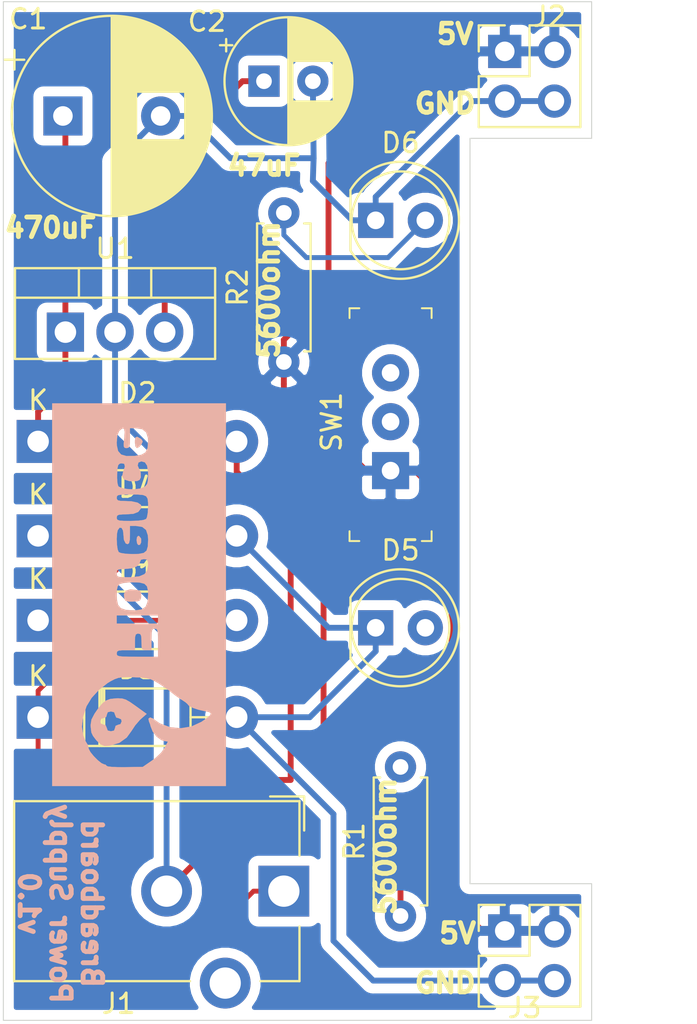
<source format=kicad_pcb>
(kicad_pcb (version 20171130) (host pcbnew "(5.1.5-0-10_14)")

  (general
    (thickness 1.6)
    (drawings 17)
    (tracks 80)
    (zones 0)
    (modules 16)
    (nets 11)
  )

  (page A4)
  (title_block
    (title "Breadboard Power Supply")
    (date 2020-01-08)
    (rev 1)
    (company "Florence Smart Health")
    (comment 1 "Designed by Arthur Monteiro")
  )

  (layers
    (0 F.Cu signal)
    (31 B.Cu signal hide)
    (32 B.Adhes user)
    (33 F.Adhes user)
    (34 B.Paste user)
    (35 F.Paste user)
    (36 B.SilkS user)
    (37 F.SilkS user)
    (38 B.Mask user)
    (39 F.Mask user)
    (40 Dwgs.User user)
    (41 Cmts.User user)
    (42 Eco1.User user)
    (43 Eco2.User user)
    (44 Edge.Cuts user)
    (45 Margin user)
    (46 B.CrtYd user)
    (47 F.CrtYd user)
    (48 B.Fab user)
    (49 F.Fab user)
  )

  (setup
    (last_trace_width 0.25)
    (user_trace_width 0.3)
    (trace_clearance 0.2)
    (zone_clearance 0.508)
    (zone_45_only no)
    (trace_min 0.2)
    (via_size 0.8)
    (via_drill 0.4)
    (via_min_size 0.4)
    (via_min_drill 0.3)
    (user_via 1 0.6)
    (uvia_size 0.3)
    (uvia_drill 0.1)
    (uvias_allowed no)
    (uvia_min_size 0.2)
    (uvia_min_drill 0.1)
    (edge_width 0.05)
    (segment_width 0.2)
    (pcb_text_width 0.3)
    (pcb_text_size 1.5 1.5)
    (mod_edge_width 0.12)
    (mod_text_size 1 1)
    (mod_text_width 0.15)
    (pad_size 1.524 1.524)
    (pad_drill 0.762)
    (pad_to_mask_clearance 0.051)
    (solder_mask_min_width 0.25)
    (aux_axis_origin 0 0)
    (visible_elements FFFFFF7F)
    (pcbplotparams
      (layerselection 0x010fc_ffffffff)
      (usegerberextensions true)
      (usegerberattributes false)
      (usegerberadvancedattributes false)
      (creategerberjobfile false)
      (excludeedgelayer true)
      (linewidth 0.100000)
      (plotframeref false)
      (viasonmask false)
      (mode 1)
      (useauxorigin false)
      (hpglpennumber 1)
      (hpglpenspeed 20)
      (hpglpendiameter 15.000000)
      (psnegative false)
      (psa4output false)
      (plotreference true)
      (plotvalue true)
      (plotinvisibletext false)
      (padsonsilk false)
      (subtractmaskfromsilk false)
      (outputformat 1)
      (mirror false)
      (drillshape 0)
      (scaleselection 1)
      (outputdirectory "Gerber/"))
  )

  (net 0 "")
  (net 1 /Vin)
  (net 2 /V-)
  (net 3 /Vout1)
  (net 4 "Net-(D1-Pad2)")
  (net 5 "Net-(D2-Pad2)")
  (net 6 "Net-(D5-Pad2)")
  (net 7 "Net-(D6-Pad2)")
  (net 8 "Net-(J1-Pad3)")
  (net 9 /Vout2)
  (net 10 "Net-(SW1-Pad3)")

  (net_class Default "This is the default net class."
    (clearance 0.2)
    (trace_width 0.25)
    (via_dia 0.8)
    (via_drill 0.4)
    (uvia_dia 0.3)
    (uvia_drill 0.1)
    (add_net "Net-(D1-Pad2)")
    (add_net "Net-(D5-Pad2)")
    (add_net "Net-(D6-Pad2)")
    (add_net "Net-(J1-Pad3)")
    (add_net "Net-(SW1-Pad3)")
  )

  (net_class Power ""
    (clearance 0.3)
    (trace_width 0.3)
    (via_dia 1)
    (via_drill 0.5)
    (uvia_dia 0.3)
    (uvia_drill 0.1)
    (add_net /V-)
    (add_net /Vin)
    (add_net /Vout1)
    (add_net /Vout2)
    (add_net "Net-(D2-Pad2)")
  )

  (module logo_florence:logo_fundo_top (layer B.Cu) (tedit 0) (tstamp 5E16C88D)
    (at 109.855 119.38 90)
    (fp_text reference G*** (at 0 0 90) (layer B.SilkS) hide
      (effects (font (size 1.524 1.524) (thickness 0.3)) (justify mirror))
    )
    (fp_text value LOGO (at 0.75 0 90) (layer B.SilkS) hide
      (effects (font (size 1.524 1.524) (thickness 0.3)) (justify mirror))
    )
    (fp_poly (pts (xy 7.971096 0.092625) (xy 8.015951 0.036205) (xy 8.114106 -0.134762) (xy 8.077875 -0.223672)
      (xy 7.892849 -0.253214) (xy 7.831667 -0.254) (xy 7.618111 -0.226205) (xy 7.535444 -0.150868)
      (xy 7.535334 -0.147366) (xy 7.600326 -0.025663) (xy 7.719617 0.074355) (xy 7.869815 0.143509)
      (xy 7.971096 0.092625)) (layer B.SilkS) (width 0.01))
    (fp_poly (pts (xy 2.921 0.054049) (xy 3.033188 -0.035524) (xy 3.048 -0.08201) (xy 2.979439 -0.147533)
      (xy 2.825706 -0.16718) (xy 2.664726 -0.140606) (xy 2.581964 -0.084069) (xy 2.59534 0.006784)
      (xy 2.714887 0.065709) (xy 2.877559 0.067021) (xy 2.921 0.054049)) (layer B.SilkS) (width 0.01))
    (fp_poly (pts (xy 0.158177 0.065264) (xy 0.246503 -0.022322) (xy 0.278568 -0.143604) (xy 0.310728 -0.500258)
      (xy 0.240924 -0.72325) (xy 0.066818 -0.815839) (xy -0.184363 -0.789486) (xy -0.273958 -0.724305)
      (xy -0.31101 -0.564836) (xy -0.311363 -0.354807) (xy -0.294389 -0.112968) (xy -0.246373 0.007663)
      (xy -0.135511 0.055208) (xy -0.031909 0.068063) (xy 0.158177 0.065264)) (layer B.SilkS) (width 0.01))
    (fp_poly (pts (xy -5.647487 -0.21603) (xy -5.444094 -0.507214) (xy -5.324532 -0.717765) (xy -5.268619 -0.900675)
      (xy -5.25617 -1.108931) (xy -5.259727 -1.233994) (xy -5.289522 -1.511531) (xy -5.371005 -1.731646)
      (xy -5.530996 -1.931453) (xy -5.796313 -2.148064) (xy -6.044315 -2.319709) (xy -6.340619 -2.474428)
      (xy -6.643627 -2.522468) (xy -7.001247 -2.480893) (xy -7.17468 -2.399617) (xy -7.385022 -2.239639)
      (xy -7.453112 -2.174923) (xy -7.619821 -1.984258) (xy -7.684659 -1.816211) (xy -7.676409 -1.585682)
      (xy -7.669811 -1.534177) (xy -7.654844 -1.481667) (xy -6.942666 -1.481667) (xy -6.90298 -1.647648)
      (xy -6.773333 -1.693334) (xy -6.631829 -1.753202) (xy -6.604 -1.862667) (xy -6.544131 -2.004171)
      (xy -6.434666 -2.032) (xy -6.293162 -1.972132) (xy -6.265333 -1.862667) (xy -6.205465 -1.721163)
      (xy -6.096 -1.693334) (xy -5.963215 -1.643725) (xy -5.926666 -1.481667) (xy -5.966353 -1.315686)
      (xy -6.096 -1.27) (xy -6.237504 -1.210132) (xy -6.265333 -1.100667) (xy -6.325202 -0.959163)
      (xy -6.434666 -0.931334) (xy -6.576171 -0.991202) (xy -6.604 -1.100667) (xy -6.663868 -1.242171)
      (xy -6.773333 -1.27) (xy -6.906118 -1.319609) (xy -6.942666 -1.481667) (xy -7.654844 -1.481667)
      (xy -7.532537 -1.052583) (xy -7.26131 -0.673727) (xy -6.925683 -0.430066) (xy -6.639833 -0.24046)
      (xy -6.371487 -0.009947) (xy -6.307666 0.057544) (xy -6.053666 0.346671) (xy -5.647487 -0.21603)) (layer B.SilkS) (width 0.01))
    (fp_poly (pts (xy 9.821334 -4.487334) (xy -9.736666 -4.487334) (xy -9.736666 -0.77218) (xy -8.77623 -0.77218)
      (xy -8.775 -1.144133) (xy -8.7615 -1.444139) (xy -8.738096 -1.637861) (xy -8.71273 -1.693334)
      (xy -8.64462 -1.762027) (xy -8.636 -1.820334) (xy -8.573949 -1.962736) (xy -8.417957 -2.157729)
      (xy -8.213265 -2.361458) (xy -8.005114 -2.530065) (xy -7.838744 -2.619695) (xy -7.806267 -2.624667)
      (xy -7.631866 -2.665836) (xy -7.573433 -2.704768) (xy -7.446732 -2.78064) (xy -7.229121 -2.871872)
      (xy -7.154333 -2.898134) (xy -6.708285 -2.966793) (xy -6.195717 -2.908732) (xy -5.657025 -2.728538)
      (xy -5.655511 -2.727864) (xy -5.233906 -2.470017) (xy -4.824022 -2.095) (xy -4.475339 -1.65071)
      (xy -4.379862 -1.492992) (xy -4.272018 -1.283187) (xy -4.207374 -1.092816) (xy -4.176919 -0.869539)
      (xy -4.171645 -0.561011) (xy -4.176818 -0.313268) (xy -4.192408 0.072659) (xy -4.223342 0.345088)
      (xy -4.283102 0.559846) (xy -4.385173 0.772757) (xy -4.477428 0.931333) (xy -3.132666 0.931333)
      (xy -3.132666 -0.127) (xy -3.131124 -0.56621) (xy -3.123563 -0.863603) (xy -3.105582 -1.046685)
      (xy -3.07278 -1.142965) (xy -3.020756 -1.179951) (xy -2.963333 -1.185334) (xy -2.865476 -1.165121)
      (xy -2.814498 -1.077732) (xy -2.795806 -0.883036) (xy -2.794 -0.719667) (xy -2.794 -0.254)
      (xy -2.370666 -0.254) (xy -2.116749 -0.245085) (xy -1.990111 -0.207244) (xy -1.949145 -0.123833)
      (xy -1.947333 -0.084667) (xy -1.969621 0.0169) (xy -2.064224 0.067555) (xy -2.27275 0.083942)
      (xy -2.370666 0.084666) (xy -2.621269 0.090216) (xy -2.746236 0.124336) (xy -2.789246 0.213235)
      (xy -2.794 0.338666) (xy -2.794 0.592666) (xy -2.243666 0.592666) (xy -1.945835 0.597944)
      (xy -1.779787 0.621452) (xy -1.708105 0.674704) (xy -1.693333 0.762) (xy -1.706726 0.844335)
      (xy -1.768977 0.894627) (xy -1.913196 0.920666) (xy -2.172495 0.930244) (xy -2.413 0.931333)
      (xy -1.439333 0.931333) (xy -1.439333 -1.185334) (xy -1.016 -1.185334) (xy -1.016 -0.324629)
      (xy -0.762 -0.324629) (xy -0.738029 -0.718745) (xy -0.650431 -0.974855) (xy -0.475679 -1.119471)
      (xy -0.190247 -1.179102) (xy 0.001822 -1.185334) (xy 0.299869 -1.17473) (xy 0.474652 -1.134524)
      (xy 0.571388 -1.052118) (xy 0.589688 -1.021566) (xy 0.638847 -0.847092) (xy 0.670649 -0.575633)
      (xy 0.670969 -0.566298) (xy 0.931334 -0.566298) (xy 0.934138 -0.884301) (xy 0.950785 -1.069095)
      (xy 0.993625 -1.1568) (xy 1.075007 -1.183533) (xy 1.143 -1.185334) (xy 1.274121 -1.169319)
      (xy 1.33591 -1.090893) (xy 1.353952 -0.90448) (xy 1.354667 -0.808317) (xy 1.388917 -0.441981)
      (xy 1.41479 -0.367046) (xy 2.116667 -0.367046) (xy 2.130821 -0.716144) (xy 2.169518 -0.970685)
      (xy 2.218267 -1.083734) (xy 2.356652 -1.139) (xy 2.601299 -1.173866) (xy 2.890056 -1.185544)
      (xy 3.160769 -1.171246) (xy 3.337409 -1.133942) (xy 3.468846 -1.037885) (xy 3.456057 -0.93505)
      (xy 3.318613 -0.861597) (xy 3.181925 -0.846667) (xy 2.842753 -0.81603) (xy 2.660132 -0.723754)
      (xy 2.624667 -0.625942) (xy 2.67677 -0.553066) (xy 2.850277 -0.516104) (xy 3.090334 -0.508)
      (xy 3.556 -0.508) (xy 3.556 -0.4826) (xy 3.81 -0.4826) (xy 3.813297 -0.827586)
      (xy 3.828565 -1.036766) (xy 3.863872 -1.143622) (xy 3.927287 -1.181635) (xy 3.979334 -1.185334)
      (xy 4.076024 -1.165734) (xy 4.127063 -1.080511) (xy 4.146432 -0.890025) (xy 4.148667 -0.705167)
      (xy 4.177331 -0.33098) (xy 4.265979 -0.098541) (xy 4.288789 -0.070167) (xy 4.476618 0.070763)
      (xy 4.631321 0.053148) (xy 4.745544 -0.114194) (xy 4.81193 -0.422447) (xy 4.826 -0.714101)
      (xy 4.833177 -0.985162) (xy 4.864275 -1.127101) (xy 4.933646 -1.179857) (xy 4.995334 -1.185334)
      (xy 5.080051 -1.17106) (xy 5.130657 -1.105425) (xy 5.155795 -0.954202) (xy 5.16411 -0.683167)
      (xy 5.164667 -0.514925) (xy 5.162646 -0.282336) (xy 5.429617 -0.282336) (xy 5.4354 -0.594498)
      (xy 5.477785 -0.875224) (xy 5.554363 -1.068203) (xy 5.593889 -1.108122) (xy 5.739993 -1.147072)
      (xy 5.992991 -1.166625) (xy 6.223 -1.164894) (xy 6.508255 -1.145916) (xy 6.665622 -1.109306)
      (xy 6.736545 -1.038612) (xy 6.758055 -0.9525) (xy 6.733079 -0.800418) (xy 6.594768 -0.766066)
      (xy 6.338074 -0.848381) (xy 6.314158 -0.859115) (xy 6.083881 -0.904936) (xy 5.928937 -0.800155)
      (xy 5.894429 -0.687581) (xy 7.126786 -0.687581) (xy 7.205276 -0.957933) (xy 7.382726 -1.115032)
      (xy 7.67561 -1.180215) (xy 7.827571 -1.185334) (xy 8.195347 -1.153673) (xy 8.410752 -1.059469)
      (xy 8.418286 -1.052286) (xy 8.540421 -0.898588) (xy 8.525881 -0.808689) (xy 8.36596 -0.776676)
      (xy 8.05195 -0.796633) (xy 8.043334 -0.797602) (xy 7.762296 -0.824989) (xy 7.60996 -0.820113)
      (xy 7.547312 -0.774061) (xy 7.535334 -0.681538) (xy 7.552798 -0.58475) (xy 7.631139 -0.532454)
      (xy 7.809281 -0.511355) (xy 8.043334 -0.508) (xy 8.551334 -0.508) (xy 8.551334 -0.197167)
      (xy 8.500406 0.122265) (xy 8.338699 0.321803) (xy 8.052829 0.413764) (xy 7.87706 0.423333)
      (xy 7.53122 0.393729) (xy 7.312045 0.285537) (xy 7.188802 0.069685) (xy 7.130784 -0.282634)
      (xy 7.126786 -0.687581) (xy 5.894429 -0.687581) (xy 5.851266 -0.546774) (xy 5.842 -0.372246)
      (xy 5.854892 -0.134898) (xy 5.910857 -0.013283) (xy 6.035831 0.045328) (xy 6.049066 0.048744)
      (xy 6.307213 0.036662) (xy 6.439786 -0.027923) (xy 6.643438 -0.11302) (xy 6.796998 -0.074856)
      (xy 6.857999 0.075937) (xy 6.858 0.076792) (xy 6.805526 0.259618) (xy 6.635709 0.370682)
      (xy 6.329953 0.419292) (xy 6.165685 0.423333) (xy 5.877009 0.413991) (xy 5.703353 0.373835)
      (xy 5.590876 0.284672) (xy 5.537486 0.211064) (xy 5.462844 0.004955) (xy 5.429617 -0.282336)
      (xy 5.162646 -0.282336) (xy 5.161117 -0.106514) (xy 5.13738 0.161931) (xy 5.073829 0.319777)
      (xy 4.950834 0.396392) (xy 4.748768 0.421141) (xy 4.537542 0.423333) (xy 4.235906 0.407485)
      (xy 4.00573 0.365894) (xy 3.9116 0.321733) (xy 3.856704 0.178435) (xy 3.821676 -0.105607)
      (xy 3.81 -0.4826) (xy 3.556 -0.4826) (xy 3.556 -0.197167) (xy 3.50744 0.118696)
      (xy 3.351159 0.316587) (xy 3.071251 0.410685) (xy 2.859978 0.423333) (xy 2.511869 0.408516)
      (xy 2.292807 0.343303) (xy 2.173505 0.196551) (xy 2.124675 -0.062883) (xy 2.116667 -0.367046)
      (xy 1.41479 -0.367046) (xy 1.483097 -0.169211) (xy 1.624355 -0.0195) (xy 1.706924 0)
      (xy 1.831264 0.057791) (xy 1.862667 0.211666) (xy 1.840187 0.355387) (xy 1.739431 0.413787)
      (xy 1.569632 0.423333) (xy 1.284927 0.379803) (xy 1.092063 0.236732) (xy 0.978966 -0.024598)
      (xy 0.933562 -0.422905) (xy 0.931334 -0.566298) (xy 0.670969 -0.566298) (xy 0.677334 -0.381)
      (xy 0.661657 -0.004583) (xy 0.599318 0.234) (xy 0.467353 0.364582) (xy 0.242798 0.416994)
      (xy 0.058193 0.423333) (xy -0.325892 0.395403) (xy -0.573192 0.296063) (xy -0.70928 0.101991)
      (xy -0.759734 -0.210137) (xy -0.762 -0.324629) (xy -1.016 -0.324629) (xy -1.016 0.931333)
      (xy -1.439333 0.931333) (xy -2.413 0.931333) (xy -3.132666 0.931333) (xy -4.477428 0.931333)
      (xy -4.658813 1.21659) (xy -4.838868 1.472994) (xy -4.947396 1.608666) (xy -5.117393 1.823582)
      (xy -5.295113 2.085087) (xy -5.32743 2.137833) (xy -5.454738 2.331035) (xy -5.551862 2.44359)
      (xy -5.574237 2.455333) (xy -5.654354 2.530781) (xy -5.748042 2.726124) (xy -5.837478 2.994858)
      (xy -5.904838 3.29048) (xy -5.912481 3.337865) (xy -5.960362 3.551888) (xy -6.030367 3.635533)
      (xy -6.13748 3.583573) (xy -6.296684 3.390782) (xy -6.462238 3.146089) (xy -6.698364 2.63634)
      (xy -6.787528 2.086389) (xy -6.73227 1.533244) (xy -6.535128 1.013913) (xy -6.291941 0.664572)
      (xy -6.235513 0.526256) (xy -6.295015 0.440471) (xy -6.430467 0.463113) (xy -6.434348 0.46547)
      (xy -6.583738 0.524369) (xy -6.690088 0.550607) (xy -6.961882 0.660896) (xy -7.213097 0.856571)
      (xy -7.38532 1.08657) (xy -7.422062 1.190475) (xy -7.470498 1.432657) (xy -7.78518 1.272118)
      (xy -8.032035 1.091479) (xy -8.297655 0.808589) (xy -8.431431 0.630277) (xy -8.763 0.148974)
      (xy -8.77623 -0.77218) (xy -9.736666 -0.77218) (xy -9.736666 4.402666) (xy 9.821334 4.402666)
      (xy 9.821334 -4.487334)) (layer B.SilkS) (width 0.01))
  )

  (module Capacitor_THT:CP_Radial_D10.0mm_P5.00mm (layer F.Cu) (tedit 5AE50EF1) (tstamp 5E1647D2)
    (at 105.918 94.869)
    (descr "CP, Radial series, Radial, pin pitch=5.00mm, , diameter=10mm, Electrolytic Capacitor")
    (tags "CP Radial series Radial pin pitch 5.00mm  diameter 10mm Electrolytic Capacitor")
    (path /5E15BBC7)
    (fp_text reference C1 (at -1.778 -4.953) (layer F.SilkS)
      (effects (font (size 1 1) (thickness 0.15)))
    )
    (fp_text value CP (at 2.5 6.25) (layer F.Fab)
      (effects (font (size 1 1) (thickness 0.15)))
    )
    (fp_circle (center 2.5 0) (end 7.5 0) (layer F.Fab) (width 0.1))
    (fp_circle (center 2.5 0) (end 7.62 0) (layer F.SilkS) (width 0.12))
    (fp_circle (center 2.5 0) (end 7.75 0) (layer F.CrtYd) (width 0.05))
    (fp_line (start -1.788861 -2.1875) (end -0.788861 -2.1875) (layer F.Fab) (width 0.1))
    (fp_line (start -1.288861 -2.6875) (end -1.288861 -1.6875) (layer F.Fab) (width 0.1))
    (fp_line (start 2.5 -5.08) (end 2.5 5.08) (layer F.SilkS) (width 0.12))
    (fp_line (start 2.54 -5.08) (end 2.54 5.08) (layer F.SilkS) (width 0.12))
    (fp_line (start 2.58 -5.08) (end 2.58 5.08) (layer F.SilkS) (width 0.12))
    (fp_line (start 2.62 -5.079) (end 2.62 5.079) (layer F.SilkS) (width 0.12))
    (fp_line (start 2.66 -5.078) (end 2.66 5.078) (layer F.SilkS) (width 0.12))
    (fp_line (start 2.7 -5.077) (end 2.7 5.077) (layer F.SilkS) (width 0.12))
    (fp_line (start 2.74 -5.075) (end 2.74 5.075) (layer F.SilkS) (width 0.12))
    (fp_line (start 2.78 -5.073) (end 2.78 5.073) (layer F.SilkS) (width 0.12))
    (fp_line (start 2.82 -5.07) (end 2.82 5.07) (layer F.SilkS) (width 0.12))
    (fp_line (start 2.86 -5.068) (end 2.86 5.068) (layer F.SilkS) (width 0.12))
    (fp_line (start 2.9 -5.065) (end 2.9 5.065) (layer F.SilkS) (width 0.12))
    (fp_line (start 2.94 -5.062) (end 2.94 5.062) (layer F.SilkS) (width 0.12))
    (fp_line (start 2.98 -5.058) (end 2.98 5.058) (layer F.SilkS) (width 0.12))
    (fp_line (start 3.02 -5.054) (end 3.02 5.054) (layer F.SilkS) (width 0.12))
    (fp_line (start 3.06 -5.05) (end 3.06 5.05) (layer F.SilkS) (width 0.12))
    (fp_line (start 3.1 -5.045) (end 3.1 5.045) (layer F.SilkS) (width 0.12))
    (fp_line (start 3.14 -5.04) (end 3.14 5.04) (layer F.SilkS) (width 0.12))
    (fp_line (start 3.18 -5.035) (end 3.18 5.035) (layer F.SilkS) (width 0.12))
    (fp_line (start 3.221 -5.03) (end 3.221 5.03) (layer F.SilkS) (width 0.12))
    (fp_line (start 3.261 -5.024) (end 3.261 5.024) (layer F.SilkS) (width 0.12))
    (fp_line (start 3.301 -5.018) (end 3.301 5.018) (layer F.SilkS) (width 0.12))
    (fp_line (start 3.341 -5.011) (end 3.341 5.011) (layer F.SilkS) (width 0.12))
    (fp_line (start 3.381 -5.004) (end 3.381 5.004) (layer F.SilkS) (width 0.12))
    (fp_line (start 3.421 -4.997) (end 3.421 4.997) (layer F.SilkS) (width 0.12))
    (fp_line (start 3.461 -4.99) (end 3.461 4.99) (layer F.SilkS) (width 0.12))
    (fp_line (start 3.501 -4.982) (end 3.501 4.982) (layer F.SilkS) (width 0.12))
    (fp_line (start 3.541 -4.974) (end 3.541 4.974) (layer F.SilkS) (width 0.12))
    (fp_line (start 3.581 -4.965) (end 3.581 4.965) (layer F.SilkS) (width 0.12))
    (fp_line (start 3.621 -4.956) (end 3.621 4.956) (layer F.SilkS) (width 0.12))
    (fp_line (start 3.661 -4.947) (end 3.661 4.947) (layer F.SilkS) (width 0.12))
    (fp_line (start 3.701 -4.938) (end 3.701 4.938) (layer F.SilkS) (width 0.12))
    (fp_line (start 3.741 -4.928) (end 3.741 4.928) (layer F.SilkS) (width 0.12))
    (fp_line (start 3.781 -4.918) (end 3.781 -1.241) (layer F.SilkS) (width 0.12))
    (fp_line (start 3.781 1.241) (end 3.781 4.918) (layer F.SilkS) (width 0.12))
    (fp_line (start 3.821 -4.907) (end 3.821 -1.241) (layer F.SilkS) (width 0.12))
    (fp_line (start 3.821 1.241) (end 3.821 4.907) (layer F.SilkS) (width 0.12))
    (fp_line (start 3.861 -4.897) (end 3.861 -1.241) (layer F.SilkS) (width 0.12))
    (fp_line (start 3.861 1.241) (end 3.861 4.897) (layer F.SilkS) (width 0.12))
    (fp_line (start 3.901 -4.885) (end 3.901 -1.241) (layer F.SilkS) (width 0.12))
    (fp_line (start 3.901 1.241) (end 3.901 4.885) (layer F.SilkS) (width 0.12))
    (fp_line (start 3.941 -4.874) (end 3.941 -1.241) (layer F.SilkS) (width 0.12))
    (fp_line (start 3.941 1.241) (end 3.941 4.874) (layer F.SilkS) (width 0.12))
    (fp_line (start 3.981 -4.862) (end 3.981 -1.241) (layer F.SilkS) (width 0.12))
    (fp_line (start 3.981 1.241) (end 3.981 4.862) (layer F.SilkS) (width 0.12))
    (fp_line (start 4.021 -4.85) (end 4.021 -1.241) (layer F.SilkS) (width 0.12))
    (fp_line (start 4.021 1.241) (end 4.021 4.85) (layer F.SilkS) (width 0.12))
    (fp_line (start 4.061 -4.837) (end 4.061 -1.241) (layer F.SilkS) (width 0.12))
    (fp_line (start 4.061 1.241) (end 4.061 4.837) (layer F.SilkS) (width 0.12))
    (fp_line (start 4.101 -4.824) (end 4.101 -1.241) (layer F.SilkS) (width 0.12))
    (fp_line (start 4.101 1.241) (end 4.101 4.824) (layer F.SilkS) (width 0.12))
    (fp_line (start 4.141 -4.811) (end 4.141 -1.241) (layer F.SilkS) (width 0.12))
    (fp_line (start 4.141 1.241) (end 4.141 4.811) (layer F.SilkS) (width 0.12))
    (fp_line (start 4.181 -4.797) (end 4.181 -1.241) (layer F.SilkS) (width 0.12))
    (fp_line (start 4.181 1.241) (end 4.181 4.797) (layer F.SilkS) (width 0.12))
    (fp_line (start 4.221 -4.783) (end 4.221 -1.241) (layer F.SilkS) (width 0.12))
    (fp_line (start 4.221 1.241) (end 4.221 4.783) (layer F.SilkS) (width 0.12))
    (fp_line (start 4.261 -4.768) (end 4.261 -1.241) (layer F.SilkS) (width 0.12))
    (fp_line (start 4.261 1.241) (end 4.261 4.768) (layer F.SilkS) (width 0.12))
    (fp_line (start 4.301 -4.754) (end 4.301 -1.241) (layer F.SilkS) (width 0.12))
    (fp_line (start 4.301 1.241) (end 4.301 4.754) (layer F.SilkS) (width 0.12))
    (fp_line (start 4.341 -4.738) (end 4.341 -1.241) (layer F.SilkS) (width 0.12))
    (fp_line (start 4.341 1.241) (end 4.341 4.738) (layer F.SilkS) (width 0.12))
    (fp_line (start 4.381 -4.723) (end 4.381 -1.241) (layer F.SilkS) (width 0.12))
    (fp_line (start 4.381 1.241) (end 4.381 4.723) (layer F.SilkS) (width 0.12))
    (fp_line (start 4.421 -4.707) (end 4.421 -1.241) (layer F.SilkS) (width 0.12))
    (fp_line (start 4.421 1.241) (end 4.421 4.707) (layer F.SilkS) (width 0.12))
    (fp_line (start 4.461 -4.69) (end 4.461 -1.241) (layer F.SilkS) (width 0.12))
    (fp_line (start 4.461 1.241) (end 4.461 4.69) (layer F.SilkS) (width 0.12))
    (fp_line (start 4.501 -4.674) (end 4.501 -1.241) (layer F.SilkS) (width 0.12))
    (fp_line (start 4.501 1.241) (end 4.501 4.674) (layer F.SilkS) (width 0.12))
    (fp_line (start 4.541 -4.657) (end 4.541 -1.241) (layer F.SilkS) (width 0.12))
    (fp_line (start 4.541 1.241) (end 4.541 4.657) (layer F.SilkS) (width 0.12))
    (fp_line (start 4.581 -4.639) (end 4.581 -1.241) (layer F.SilkS) (width 0.12))
    (fp_line (start 4.581 1.241) (end 4.581 4.639) (layer F.SilkS) (width 0.12))
    (fp_line (start 4.621 -4.621) (end 4.621 -1.241) (layer F.SilkS) (width 0.12))
    (fp_line (start 4.621 1.241) (end 4.621 4.621) (layer F.SilkS) (width 0.12))
    (fp_line (start 4.661 -4.603) (end 4.661 -1.241) (layer F.SilkS) (width 0.12))
    (fp_line (start 4.661 1.241) (end 4.661 4.603) (layer F.SilkS) (width 0.12))
    (fp_line (start 4.701 -4.584) (end 4.701 -1.241) (layer F.SilkS) (width 0.12))
    (fp_line (start 4.701 1.241) (end 4.701 4.584) (layer F.SilkS) (width 0.12))
    (fp_line (start 4.741 -4.564) (end 4.741 -1.241) (layer F.SilkS) (width 0.12))
    (fp_line (start 4.741 1.241) (end 4.741 4.564) (layer F.SilkS) (width 0.12))
    (fp_line (start 4.781 -4.545) (end 4.781 -1.241) (layer F.SilkS) (width 0.12))
    (fp_line (start 4.781 1.241) (end 4.781 4.545) (layer F.SilkS) (width 0.12))
    (fp_line (start 4.821 -4.525) (end 4.821 -1.241) (layer F.SilkS) (width 0.12))
    (fp_line (start 4.821 1.241) (end 4.821 4.525) (layer F.SilkS) (width 0.12))
    (fp_line (start 4.861 -4.504) (end 4.861 -1.241) (layer F.SilkS) (width 0.12))
    (fp_line (start 4.861 1.241) (end 4.861 4.504) (layer F.SilkS) (width 0.12))
    (fp_line (start 4.901 -4.483) (end 4.901 -1.241) (layer F.SilkS) (width 0.12))
    (fp_line (start 4.901 1.241) (end 4.901 4.483) (layer F.SilkS) (width 0.12))
    (fp_line (start 4.941 -4.462) (end 4.941 -1.241) (layer F.SilkS) (width 0.12))
    (fp_line (start 4.941 1.241) (end 4.941 4.462) (layer F.SilkS) (width 0.12))
    (fp_line (start 4.981 -4.44) (end 4.981 -1.241) (layer F.SilkS) (width 0.12))
    (fp_line (start 4.981 1.241) (end 4.981 4.44) (layer F.SilkS) (width 0.12))
    (fp_line (start 5.021 -4.417) (end 5.021 -1.241) (layer F.SilkS) (width 0.12))
    (fp_line (start 5.021 1.241) (end 5.021 4.417) (layer F.SilkS) (width 0.12))
    (fp_line (start 5.061 -4.395) (end 5.061 -1.241) (layer F.SilkS) (width 0.12))
    (fp_line (start 5.061 1.241) (end 5.061 4.395) (layer F.SilkS) (width 0.12))
    (fp_line (start 5.101 -4.371) (end 5.101 -1.241) (layer F.SilkS) (width 0.12))
    (fp_line (start 5.101 1.241) (end 5.101 4.371) (layer F.SilkS) (width 0.12))
    (fp_line (start 5.141 -4.347) (end 5.141 -1.241) (layer F.SilkS) (width 0.12))
    (fp_line (start 5.141 1.241) (end 5.141 4.347) (layer F.SilkS) (width 0.12))
    (fp_line (start 5.181 -4.323) (end 5.181 -1.241) (layer F.SilkS) (width 0.12))
    (fp_line (start 5.181 1.241) (end 5.181 4.323) (layer F.SilkS) (width 0.12))
    (fp_line (start 5.221 -4.298) (end 5.221 -1.241) (layer F.SilkS) (width 0.12))
    (fp_line (start 5.221 1.241) (end 5.221 4.298) (layer F.SilkS) (width 0.12))
    (fp_line (start 5.261 -4.273) (end 5.261 -1.241) (layer F.SilkS) (width 0.12))
    (fp_line (start 5.261 1.241) (end 5.261 4.273) (layer F.SilkS) (width 0.12))
    (fp_line (start 5.301 -4.247) (end 5.301 -1.241) (layer F.SilkS) (width 0.12))
    (fp_line (start 5.301 1.241) (end 5.301 4.247) (layer F.SilkS) (width 0.12))
    (fp_line (start 5.341 -4.221) (end 5.341 -1.241) (layer F.SilkS) (width 0.12))
    (fp_line (start 5.341 1.241) (end 5.341 4.221) (layer F.SilkS) (width 0.12))
    (fp_line (start 5.381 -4.194) (end 5.381 -1.241) (layer F.SilkS) (width 0.12))
    (fp_line (start 5.381 1.241) (end 5.381 4.194) (layer F.SilkS) (width 0.12))
    (fp_line (start 5.421 -4.166) (end 5.421 -1.241) (layer F.SilkS) (width 0.12))
    (fp_line (start 5.421 1.241) (end 5.421 4.166) (layer F.SilkS) (width 0.12))
    (fp_line (start 5.461 -4.138) (end 5.461 -1.241) (layer F.SilkS) (width 0.12))
    (fp_line (start 5.461 1.241) (end 5.461 4.138) (layer F.SilkS) (width 0.12))
    (fp_line (start 5.501 -4.11) (end 5.501 -1.241) (layer F.SilkS) (width 0.12))
    (fp_line (start 5.501 1.241) (end 5.501 4.11) (layer F.SilkS) (width 0.12))
    (fp_line (start 5.541 -4.08) (end 5.541 -1.241) (layer F.SilkS) (width 0.12))
    (fp_line (start 5.541 1.241) (end 5.541 4.08) (layer F.SilkS) (width 0.12))
    (fp_line (start 5.581 -4.05) (end 5.581 -1.241) (layer F.SilkS) (width 0.12))
    (fp_line (start 5.581 1.241) (end 5.581 4.05) (layer F.SilkS) (width 0.12))
    (fp_line (start 5.621 -4.02) (end 5.621 -1.241) (layer F.SilkS) (width 0.12))
    (fp_line (start 5.621 1.241) (end 5.621 4.02) (layer F.SilkS) (width 0.12))
    (fp_line (start 5.661 -3.989) (end 5.661 -1.241) (layer F.SilkS) (width 0.12))
    (fp_line (start 5.661 1.241) (end 5.661 3.989) (layer F.SilkS) (width 0.12))
    (fp_line (start 5.701 -3.957) (end 5.701 -1.241) (layer F.SilkS) (width 0.12))
    (fp_line (start 5.701 1.241) (end 5.701 3.957) (layer F.SilkS) (width 0.12))
    (fp_line (start 5.741 -3.925) (end 5.741 -1.241) (layer F.SilkS) (width 0.12))
    (fp_line (start 5.741 1.241) (end 5.741 3.925) (layer F.SilkS) (width 0.12))
    (fp_line (start 5.781 -3.892) (end 5.781 -1.241) (layer F.SilkS) (width 0.12))
    (fp_line (start 5.781 1.241) (end 5.781 3.892) (layer F.SilkS) (width 0.12))
    (fp_line (start 5.821 -3.858) (end 5.821 -1.241) (layer F.SilkS) (width 0.12))
    (fp_line (start 5.821 1.241) (end 5.821 3.858) (layer F.SilkS) (width 0.12))
    (fp_line (start 5.861 -3.824) (end 5.861 -1.241) (layer F.SilkS) (width 0.12))
    (fp_line (start 5.861 1.241) (end 5.861 3.824) (layer F.SilkS) (width 0.12))
    (fp_line (start 5.901 -3.789) (end 5.901 -1.241) (layer F.SilkS) (width 0.12))
    (fp_line (start 5.901 1.241) (end 5.901 3.789) (layer F.SilkS) (width 0.12))
    (fp_line (start 5.941 -3.753) (end 5.941 -1.241) (layer F.SilkS) (width 0.12))
    (fp_line (start 5.941 1.241) (end 5.941 3.753) (layer F.SilkS) (width 0.12))
    (fp_line (start 5.981 -3.716) (end 5.981 -1.241) (layer F.SilkS) (width 0.12))
    (fp_line (start 5.981 1.241) (end 5.981 3.716) (layer F.SilkS) (width 0.12))
    (fp_line (start 6.021 -3.679) (end 6.021 -1.241) (layer F.SilkS) (width 0.12))
    (fp_line (start 6.021 1.241) (end 6.021 3.679) (layer F.SilkS) (width 0.12))
    (fp_line (start 6.061 -3.64) (end 6.061 -1.241) (layer F.SilkS) (width 0.12))
    (fp_line (start 6.061 1.241) (end 6.061 3.64) (layer F.SilkS) (width 0.12))
    (fp_line (start 6.101 -3.601) (end 6.101 -1.241) (layer F.SilkS) (width 0.12))
    (fp_line (start 6.101 1.241) (end 6.101 3.601) (layer F.SilkS) (width 0.12))
    (fp_line (start 6.141 -3.561) (end 6.141 -1.241) (layer F.SilkS) (width 0.12))
    (fp_line (start 6.141 1.241) (end 6.141 3.561) (layer F.SilkS) (width 0.12))
    (fp_line (start 6.181 -3.52) (end 6.181 -1.241) (layer F.SilkS) (width 0.12))
    (fp_line (start 6.181 1.241) (end 6.181 3.52) (layer F.SilkS) (width 0.12))
    (fp_line (start 6.221 -3.478) (end 6.221 -1.241) (layer F.SilkS) (width 0.12))
    (fp_line (start 6.221 1.241) (end 6.221 3.478) (layer F.SilkS) (width 0.12))
    (fp_line (start 6.261 -3.436) (end 6.261 3.436) (layer F.SilkS) (width 0.12))
    (fp_line (start 6.301 -3.392) (end 6.301 3.392) (layer F.SilkS) (width 0.12))
    (fp_line (start 6.341 -3.347) (end 6.341 3.347) (layer F.SilkS) (width 0.12))
    (fp_line (start 6.381 -3.301) (end 6.381 3.301) (layer F.SilkS) (width 0.12))
    (fp_line (start 6.421 -3.254) (end 6.421 3.254) (layer F.SilkS) (width 0.12))
    (fp_line (start 6.461 -3.206) (end 6.461 3.206) (layer F.SilkS) (width 0.12))
    (fp_line (start 6.501 -3.156) (end 6.501 3.156) (layer F.SilkS) (width 0.12))
    (fp_line (start 6.541 -3.106) (end 6.541 3.106) (layer F.SilkS) (width 0.12))
    (fp_line (start 6.581 -3.054) (end 6.581 3.054) (layer F.SilkS) (width 0.12))
    (fp_line (start 6.621 -3) (end 6.621 3) (layer F.SilkS) (width 0.12))
    (fp_line (start 6.661 -2.945) (end 6.661 2.945) (layer F.SilkS) (width 0.12))
    (fp_line (start 6.701 -2.889) (end 6.701 2.889) (layer F.SilkS) (width 0.12))
    (fp_line (start 6.741 -2.83) (end 6.741 2.83) (layer F.SilkS) (width 0.12))
    (fp_line (start 6.781 -2.77) (end 6.781 2.77) (layer F.SilkS) (width 0.12))
    (fp_line (start 6.821 -2.709) (end 6.821 2.709) (layer F.SilkS) (width 0.12))
    (fp_line (start 6.861 -2.645) (end 6.861 2.645) (layer F.SilkS) (width 0.12))
    (fp_line (start 6.901 -2.579) (end 6.901 2.579) (layer F.SilkS) (width 0.12))
    (fp_line (start 6.941 -2.51) (end 6.941 2.51) (layer F.SilkS) (width 0.12))
    (fp_line (start 6.981 -2.439) (end 6.981 2.439) (layer F.SilkS) (width 0.12))
    (fp_line (start 7.021 -2.365) (end 7.021 2.365) (layer F.SilkS) (width 0.12))
    (fp_line (start 7.061 -2.289) (end 7.061 2.289) (layer F.SilkS) (width 0.12))
    (fp_line (start 7.101 -2.209) (end 7.101 2.209) (layer F.SilkS) (width 0.12))
    (fp_line (start 7.141 -2.125) (end 7.141 2.125) (layer F.SilkS) (width 0.12))
    (fp_line (start 7.181 -2.037) (end 7.181 2.037) (layer F.SilkS) (width 0.12))
    (fp_line (start 7.221 -1.944) (end 7.221 1.944) (layer F.SilkS) (width 0.12))
    (fp_line (start 7.261 -1.846) (end 7.261 1.846) (layer F.SilkS) (width 0.12))
    (fp_line (start 7.301 -1.742) (end 7.301 1.742) (layer F.SilkS) (width 0.12))
    (fp_line (start 7.341 -1.63) (end 7.341 1.63) (layer F.SilkS) (width 0.12))
    (fp_line (start 7.381 -1.51) (end 7.381 1.51) (layer F.SilkS) (width 0.12))
    (fp_line (start 7.421 -1.378) (end 7.421 1.378) (layer F.SilkS) (width 0.12))
    (fp_line (start 7.461 -1.23) (end 7.461 1.23) (layer F.SilkS) (width 0.12))
    (fp_line (start 7.501 -1.062) (end 7.501 1.062) (layer F.SilkS) (width 0.12))
    (fp_line (start 7.541 -0.862) (end 7.541 0.862) (layer F.SilkS) (width 0.12))
    (fp_line (start 7.581 -0.599) (end 7.581 0.599) (layer F.SilkS) (width 0.12))
    (fp_line (start -2.979646 -2.875) (end -1.979646 -2.875) (layer F.SilkS) (width 0.12))
    (fp_line (start -2.479646 -3.375) (end -2.479646 -2.375) (layer F.SilkS) (width 0.12))
    (fp_text user %R (at 2.5 0) (layer F.Fab)
      (effects (font (size 1 1) (thickness 0.15)))
    )
    (pad 1 thru_hole rect (at 0 0) (size 2 2) (drill 1) (layers *.Cu *.Mask)
      (net 1 /Vin))
    (pad 2 thru_hole circle (at 5 0) (size 2 2) (drill 1) (layers *.Cu *.Mask)
      (net 2 /V-))
    (model ${KISYS3DMOD}/Capacitor_THT.3dshapes/CP_Radial_D10.0mm_P5.00mm.wrl
      (at (xyz 0 0 0))
      (scale (xyz 1 1 1))
      (rotate (xyz 0 0 0))
    )
  )

  (module Capacitor_THT:CP_Radial_D6.3mm_P2.50mm (layer F.Cu) (tedit 5AE50EF0) (tstamp 5E164866)
    (at 116.205 93.091)
    (descr "CP, Radial series, Radial, pin pitch=2.50mm, , diameter=6.3mm, Electrolytic Capacitor")
    (tags "CP Radial series Radial pin pitch 2.50mm  diameter 6.3mm Electrolytic Capacitor")
    (path /5E15B3FD)
    (fp_text reference C2 (at -2.921 -3.048) (layer F.SilkS)
      (effects (font (size 1 1) (thickness 0.15)))
    )
    (fp_text value CP (at 1.25 4.4) (layer F.Fab)
      (effects (font (size 1 1) (thickness 0.15)))
    )
    (fp_circle (center 1.25 0) (end 4.4 0) (layer F.Fab) (width 0.1))
    (fp_circle (center 1.25 0) (end 4.52 0) (layer F.SilkS) (width 0.12))
    (fp_circle (center 1.25 0) (end 4.65 0) (layer F.CrtYd) (width 0.05))
    (fp_line (start -1.443972 -1.3735) (end -0.813972 -1.3735) (layer F.Fab) (width 0.1))
    (fp_line (start -1.128972 -1.6885) (end -1.128972 -1.0585) (layer F.Fab) (width 0.1))
    (fp_line (start 1.25 -3.23) (end 1.25 3.23) (layer F.SilkS) (width 0.12))
    (fp_line (start 1.29 -3.23) (end 1.29 3.23) (layer F.SilkS) (width 0.12))
    (fp_line (start 1.33 -3.23) (end 1.33 3.23) (layer F.SilkS) (width 0.12))
    (fp_line (start 1.37 -3.228) (end 1.37 3.228) (layer F.SilkS) (width 0.12))
    (fp_line (start 1.41 -3.227) (end 1.41 3.227) (layer F.SilkS) (width 0.12))
    (fp_line (start 1.45 -3.224) (end 1.45 3.224) (layer F.SilkS) (width 0.12))
    (fp_line (start 1.49 -3.222) (end 1.49 -1.04) (layer F.SilkS) (width 0.12))
    (fp_line (start 1.49 1.04) (end 1.49 3.222) (layer F.SilkS) (width 0.12))
    (fp_line (start 1.53 -3.218) (end 1.53 -1.04) (layer F.SilkS) (width 0.12))
    (fp_line (start 1.53 1.04) (end 1.53 3.218) (layer F.SilkS) (width 0.12))
    (fp_line (start 1.57 -3.215) (end 1.57 -1.04) (layer F.SilkS) (width 0.12))
    (fp_line (start 1.57 1.04) (end 1.57 3.215) (layer F.SilkS) (width 0.12))
    (fp_line (start 1.61 -3.211) (end 1.61 -1.04) (layer F.SilkS) (width 0.12))
    (fp_line (start 1.61 1.04) (end 1.61 3.211) (layer F.SilkS) (width 0.12))
    (fp_line (start 1.65 -3.206) (end 1.65 -1.04) (layer F.SilkS) (width 0.12))
    (fp_line (start 1.65 1.04) (end 1.65 3.206) (layer F.SilkS) (width 0.12))
    (fp_line (start 1.69 -3.201) (end 1.69 -1.04) (layer F.SilkS) (width 0.12))
    (fp_line (start 1.69 1.04) (end 1.69 3.201) (layer F.SilkS) (width 0.12))
    (fp_line (start 1.73 -3.195) (end 1.73 -1.04) (layer F.SilkS) (width 0.12))
    (fp_line (start 1.73 1.04) (end 1.73 3.195) (layer F.SilkS) (width 0.12))
    (fp_line (start 1.77 -3.189) (end 1.77 -1.04) (layer F.SilkS) (width 0.12))
    (fp_line (start 1.77 1.04) (end 1.77 3.189) (layer F.SilkS) (width 0.12))
    (fp_line (start 1.81 -3.182) (end 1.81 -1.04) (layer F.SilkS) (width 0.12))
    (fp_line (start 1.81 1.04) (end 1.81 3.182) (layer F.SilkS) (width 0.12))
    (fp_line (start 1.85 -3.175) (end 1.85 -1.04) (layer F.SilkS) (width 0.12))
    (fp_line (start 1.85 1.04) (end 1.85 3.175) (layer F.SilkS) (width 0.12))
    (fp_line (start 1.89 -3.167) (end 1.89 -1.04) (layer F.SilkS) (width 0.12))
    (fp_line (start 1.89 1.04) (end 1.89 3.167) (layer F.SilkS) (width 0.12))
    (fp_line (start 1.93 -3.159) (end 1.93 -1.04) (layer F.SilkS) (width 0.12))
    (fp_line (start 1.93 1.04) (end 1.93 3.159) (layer F.SilkS) (width 0.12))
    (fp_line (start 1.971 -3.15) (end 1.971 -1.04) (layer F.SilkS) (width 0.12))
    (fp_line (start 1.971 1.04) (end 1.971 3.15) (layer F.SilkS) (width 0.12))
    (fp_line (start 2.011 -3.141) (end 2.011 -1.04) (layer F.SilkS) (width 0.12))
    (fp_line (start 2.011 1.04) (end 2.011 3.141) (layer F.SilkS) (width 0.12))
    (fp_line (start 2.051 -3.131) (end 2.051 -1.04) (layer F.SilkS) (width 0.12))
    (fp_line (start 2.051 1.04) (end 2.051 3.131) (layer F.SilkS) (width 0.12))
    (fp_line (start 2.091 -3.121) (end 2.091 -1.04) (layer F.SilkS) (width 0.12))
    (fp_line (start 2.091 1.04) (end 2.091 3.121) (layer F.SilkS) (width 0.12))
    (fp_line (start 2.131 -3.11) (end 2.131 -1.04) (layer F.SilkS) (width 0.12))
    (fp_line (start 2.131 1.04) (end 2.131 3.11) (layer F.SilkS) (width 0.12))
    (fp_line (start 2.171 -3.098) (end 2.171 -1.04) (layer F.SilkS) (width 0.12))
    (fp_line (start 2.171 1.04) (end 2.171 3.098) (layer F.SilkS) (width 0.12))
    (fp_line (start 2.211 -3.086) (end 2.211 -1.04) (layer F.SilkS) (width 0.12))
    (fp_line (start 2.211 1.04) (end 2.211 3.086) (layer F.SilkS) (width 0.12))
    (fp_line (start 2.251 -3.074) (end 2.251 -1.04) (layer F.SilkS) (width 0.12))
    (fp_line (start 2.251 1.04) (end 2.251 3.074) (layer F.SilkS) (width 0.12))
    (fp_line (start 2.291 -3.061) (end 2.291 -1.04) (layer F.SilkS) (width 0.12))
    (fp_line (start 2.291 1.04) (end 2.291 3.061) (layer F.SilkS) (width 0.12))
    (fp_line (start 2.331 -3.047) (end 2.331 -1.04) (layer F.SilkS) (width 0.12))
    (fp_line (start 2.331 1.04) (end 2.331 3.047) (layer F.SilkS) (width 0.12))
    (fp_line (start 2.371 -3.033) (end 2.371 -1.04) (layer F.SilkS) (width 0.12))
    (fp_line (start 2.371 1.04) (end 2.371 3.033) (layer F.SilkS) (width 0.12))
    (fp_line (start 2.411 -3.018) (end 2.411 -1.04) (layer F.SilkS) (width 0.12))
    (fp_line (start 2.411 1.04) (end 2.411 3.018) (layer F.SilkS) (width 0.12))
    (fp_line (start 2.451 -3.002) (end 2.451 -1.04) (layer F.SilkS) (width 0.12))
    (fp_line (start 2.451 1.04) (end 2.451 3.002) (layer F.SilkS) (width 0.12))
    (fp_line (start 2.491 -2.986) (end 2.491 -1.04) (layer F.SilkS) (width 0.12))
    (fp_line (start 2.491 1.04) (end 2.491 2.986) (layer F.SilkS) (width 0.12))
    (fp_line (start 2.531 -2.97) (end 2.531 -1.04) (layer F.SilkS) (width 0.12))
    (fp_line (start 2.531 1.04) (end 2.531 2.97) (layer F.SilkS) (width 0.12))
    (fp_line (start 2.571 -2.952) (end 2.571 -1.04) (layer F.SilkS) (width 0.12))
    (fp_line (start 2.571 1.04) (end 2.571 2.952) (layer F.SilkS) (width 0.12))
    (fp_line (start 2.611 -2.934) (end 2.611 -1.04) (layer F.SilkS) (width 0.12))
    (fp_line (start 2.611 1.04) (end 2.611 2.934) (layer F.SilkS) (width 0.12))
    (fp_line (start 2.651 -2.916) (end 2.651 -1.04) (layer F.SilkS) (width 0.12))
    (fp_line (start 2.651 1.04) (end 2.651 2.916) (layer F.SilkS) (width 0.12))
    (fp_line (start 2.691 -2.896) (end 2.691 -1.04) (layer F.SilkS) (width 0.12))
    (fp_line (start 2.691 1.04) (end 2.691 2.896) (layer F.SilkS) (width 0.12))
    (fp_line (start 2.731 -2.876) (end 2.731 -1.04) (layer F.SilkS) (width 0.12))
    (fp_line (start 2.731 1.04) (end 2.731 2.876) (layer F.SilkS) (width 0.12))
    (fp_line (start 2.771 -2.856) (end 2.771 -1.04) (layer F.SilkS) (width 0.12))
    (fp_line (start 2.771 1.04) (end 2.771 2.856) (layer F.SilkS) (width 0.12))
    (fp_line (start 2.811 -2.834) (end 2.811 -1.04) (layer F.SilkS) (width 0.12))
    (fp_line (start 2.811 1.04) (end 2.811 2.834) (layer F.SilkS) (width 0.12))
    (fp_line (start 2.851 -2.812) (end 2.851 -1.04) (layer F.SilkS) (width 0.12))
    (fp_line (start 2.851 1.04) (end 2.851 2.812) (layer F.SilkS) (width 0.12))
    (fp_line (start 2.891 -2.79) (end 2.891 -1.04) (layer F.SilkS) (width 0.12))
    (fp_line (start 2.891 1.04) (end 2.891 2.79) (layer F.SilkS) (width 0.12))
    (fp_line (start 2.931 -2.766) (end 2.931 -1.04) (layer F.SilkS) (width 0.12))
    (fp_line (start 2.931 1.04) (end 2.931 2.766) (layer F.SilkS) (width 0.12))
    (fp_line (start 2.971 -2.742) (end 2.971 -1.04) (layer F.SilkS) (width 0.12))
    (fp_line (start 2.971 1.04) (end 2.971 2.742) (layer F.SilkS) (width 0.12))
    (fp_line (start 3.011 -2.716) (end 3.011 -1.04) (layer F.SilkS) (width 0.12))
    (fp_line (start 3.011 1.04) (end 3.011 2.716) (layer F.SilkS) (width 0.12))
    (fp_line (start 3.051 -2.69) (end 3.051 -1.04) (layer F.SilkS) (width 0.12))
    (fp_line (start 3.051 1.04) (end 3.051 2.69) (layer F.SilkS) (width 0.12))
    (fp_line (start 3.091 -2.664) (end 3.091 -1.04) (layer F.SilkS) (width 0.12))
    (fp_line (start 3.091 1.04) (end 3.091 2.664) (layer F.SilkS) (width 0.12))
    (fp_line (start 3.131 -2.636) (end 3.131 -1.04) (layer F.SilkS) (width 0.12))
    (fp_line (start 3.131 1.04) (end 3.131 2.636) (layer F.SilkS) (width 0.12))
    (fp_line (start 3.171 -2.607) (end 3.171 -1.04) (layer F.SilkS) (width 0.12))
    (fp_line (start 3.171 1.04) (end 3.171 2.607) (layer F.SilkS) (width 0.12))
    (fp_line (start 3.211 -2.578) (end 3.211 -1.04) (layer F.SilkS) (width 0.12))
    (fp_line (start 3.211 1.04) (end 3.211 2.578) (layer F.SilkS) (width 0.12))
    (fp_line (start 3.251 -2.548) (end 3.251 -1.04) (layer F.SilkS) (width 0.12))
    (fp_line (start 3.251 1.04) (end 3.251 2.548) (layer F.SilkS) (width 0.12))
    (fp_line (start 3.291 -2.516) (end 3.291 -1.04) (layer F.SilkS) (width 0.12))
    (fp_line (start 3.291 1.04) (end 3.291 2.516) (layer F.SilkS) (width 0.12))
    (fp_line (start 3.331 -2.484) (end 3.331 -1.04) (layer F.SilkS) (width 0.12))
    (fp_line (start 3.331 1.04) (end 3.331 2.484) (layer F.SilkS) (width 0.12))
    (fp_line (start 3.371 -2.45) (end 3.371 -1.04) (layer F.SilkS) (width 0.12))
    (fp_line (start 3.371 1.04) (end 3.371 2.45) (layer F.SilkS) (width 0.12))
    (fp_line (start 3.411 -2.416) (end 3.411 -1.04) (layer F.SilkS) (width 0.12))
    (fp_line (start 3.411 1.04) (end 3.411 2.416) (layer F.SilkS) (width 0.12))
    (fp_line (start 3.451 -2.38) (end 3.451 -1.04) (layer F.SilkS) (width 0.12))
    (fp_line (start 3.451 1.04) (end 3.451 2.38) (layer F.SilkS) (width 0.12))
    (fp_line (start 3.491 -2.343) (end 3.491 -1.04) (layer F.SilkS) (width 0.12))
    (fp_line (start 3.491 1.04) (end 3.491 2.343) (layer F.SilkS) (width 0.12))
    (fp_line (start 3.531 -2.305) (end 3.531 -1.04) (layer F.SilkS) (width 0.12))
    (fp_line (start 3.531 1.04) (end 3.531 2.305) (layer F.SilkS) (width 0.12))
    (fp_line (start 3.571 -2.265) (end 3.571 2.265) (layer F.SilkS) (width 0.12))
    (fp_line (start 3.611 -2.224) (end 3.611 2.224) (layer F.SilkS) (width 0.12))
    (fp_line (start 3.651 -2.182) (end 3.651 2.182) (layer F.SilkS) (width 0.12))
    (fp_line (start 3.691 -2.137) (end 3.691 2.137) (layer F.SilkS) (width 0.12))
    (fp_line (start 3.731 -2.092) (end 3.731 2.092) (layer F.SilkS) (width 0.12))
    (fp_line (start 3.771 -2.044) (end 3.771 2.044) (layer F.SilkS) (width 0.12))
    (fp_line (start 3.811 -1.995) (end 3.811 1.995) (layer F.SilkS) (width 0.12))
    (fp_line (start 3.851 -1.944) (end 3.851 1.944) (layer F.SilkS) (width 0.12))
    (fp_line (start 3.891 -1.89) (end 3.891 1.89) (layer F.SilkS) (width 0.12))
    (fp_line (start 3.931 -1.834) (end 3.931 1.834) (layer F.SilkS) (width 0.12))
    (fp_line (start 3.971 -1.776) (end 3.971 1.776) (layer F.SilkS) (width 0.12))
    (fp_line (start 4.011 -1.714) (end 4.011 1.714) (layer F.SilkS) (width 0.12))
    (fp_line (start 4.051 -1.65) (end 4.051 1.65) (layer F.SilkS) (width 0.12))
    (fp_line (start 4.091 -1.581) (end 4.091 1.581) (layer F.SilkS) (width 0.12))
    (fp_line (start 4.131 -1.509) (end 4.131 1.509) (layer F.SilkS) (width 0.12))
    (fp_line (start 4.171 -1.432) (end 4.171 1.432) (layer F.SilkS) (width 0.12))
    (fp_line (start 4.211 -1.35) (end 4.211 1.35) (layer F.SilkS) (width 0.12))
    (fp_line (start 4.251 -1.262) (end 4.251 1.262) (layer F.SilkS) (width 0.12))
    (fp_line (start 4.291 -1.165) (end 4.291 1.165) (layer F.SilkS) (width 0.12))
    (fp_line (start 4.331 -1.059) (end 4.331 1.059) (layer F.SilkS) (width 0.12))
    (fp_line (start 4.371 -0.94) (end 4.371 0.94) (layer F.SilkS) (width 0.12))
    (fp_line (start 4.411 -0.802) (end 4.411 0.802) (layer F.SilkS) (width 0.12))
    (fp_line (start 4.451 -0.633) (end 4.451 0.633) (layer F.SilkS) (width 0.12))
    (fp_line (start 4.491 -0.402) (end 4.491 0.402) (layer F.SilkS) (width 0.12))
    (fp_line (start -2.250241 -1.839) (end -1.620241 -1.839) (layer F.SilkS) (width 0.12))
    (fp_line (start -1.935241 -2.154) (end -1.935241 -1.524) (layer F.SilkS) (width 0.12))
    (fp_text user %R (at 1.25 0) (layer F.Fab)
      (effects (font (size 1 1) (thickness 0.15)))
    )
    (pad 1 thru_hole rect (at 0 0) (size 1.6 1.6) (drill 0.8) (layers *.Cu *.Mask)
      (net 3 /Vout1))
    (pad 2 thru_hole circle (at 2.5 0) (size 1.6 1.6) (drill 0.8) (layers *.Cu *.Mask)
      (net 2 /V-))
    (model ${KISYS3DMOD}/Capacitor_THT.3dshapes/CP_Radial_D6.3mm_P2.50mm.wrl
      (at (xyz 0 0 0))
      (scale (xyz 1 1 1))
      (rotate (xyz 0 0 0))
    )
  )

  (module Diode_THT:D_DO-41_SOD81_P10.16mm_Horizontal (layer F.Cu) (tedit 5AE50CD5) (tstamp 5E164885)
    (at 104.648 120.65)
    (descr "Diode, DO-41_SOD81 series, Axial, Horizontal, pin pitch=10.16mm, , length*diameter=5.2*2.7mm^2, , http://www.diodes.com/_files/packages/DO-41%20(Plastic).pdf")
    (tags "Diode DO-41_SOD81 series Axial Horizontal pin pitch 10.16mm  length 5.2mm diameter 2.7mm")
    (path /5E156FA8)
    (fp_text reference D1 (at 5.08 -2.47) (layer F.SilkS)
      (effects (font (size 1 1) (thickness 0.15)))
    )
    (fp_text value 1N4007 (at 5.08 2.47) (layer F.Fab)
      (effects (font (size 1 1) (thickness 0.15)))
    )
    (fp_line (start 2.48 -1.35) (end 2.48 1.35) (layer F.Fab) (width 0.1))
    (fp_line (start 2.48 1.35) (end 7.68 1.35) (layer F.Fab) (width 0.1))
    (fp_line (start 7.68 1.35) (end 7.68 -1.35) (layer F.Fab) (width 0.1))
    (fp_line (start 7.68 -1.35) (end 2.48 -1.35) (layer F.Fab) (width 0.1))
    (fp_line (start 0 0) (end 2.48 0) (layer F.Fab) (width 0.1))
    (fp_line (start 10.16 0) (end 7.68 0) (layer F.Fab) (width 0.1))
    (fp_line (start 3.26 -1.35) (end 3.26 1.35) (layer F.Fab) (width 0.1))
    (fp_line (start 3.36 -1.35) (end 3.36 1.35) (layer F.Fab) (width 0.1))
    (fp_line (start 3.16 -1.35) (end 3.16 1.35) (layer F.Fab) (width 0.1))
    (fp_line (start 2.36 -1.47) (end 2.36 1.47) (layer F.SilkS) (width 0.12))
    (fp_line (start 2.36 1.47) (end 7.8 1.47) (layer F.SilkS) (width 0.12))
    (fp_line (start 7.8 1.47) (end 7.8 -1.47) (layer F.SilkS) (width 0.12))
    (fp_line (start 7.8 -1.47) (end 2.36 -1.47) (layer F.SilkS) (width 0.12))
    (fp_line (start 1.34 0) (end 2.36 0) (layer F.SilkS) (width 0.12))
    (fp_line (start 8.82 0) (end 7.8 0) (layer F.SilkS) (width 0.12))
    (fp_line (start 3.26 -1.47) (end 3.26 1.47) (layer F.SilkS) (width 0.12))
    (fp_line (start 3.38 -1.47) (end 3.38 1.47) (layer F.SilkS) (width 0.12))
    (fp_line (start 3.14 -1.47) (end 3.14 1.47) (layer F.SilkS) (width 0.12))
    (fp_line (start -1.35 -1.6) (end -1.35 1.6) (layer F.CrtYd) (width 0.05))
    (fp_line (start -1.35 1.6) (end 11.51 1.6) (layer F.CrtYd) (width 0.05))
    (fp_line (start 11.51 1.6) (end 11.51 -1.6) (layer F.CrtYd) (width 0.05))
    (fp_line (start 11.51 -1.6) (end -1.35 -1.6) (layer F.CrtYd) (width 0.05))
    (fp_text user %R (at 5.47 0) (layer F.Fab)
      (effects (font (size 1 1) (thickness 0.15)))
    )
    (fp_text user K (at 0 -2.1) (layer F.Fab)
      (effects (font (size 1 1) (thickness 0.15)))
    )
    (fp_text user K (at 0 -2.1) (layer F.SilkS)
      (effects (font (size 1 1) (thickness 0.15)))
    )
    (pad 1 thru_hole rect (at 0 0) (size 2.2 2.2) (drill 1.1) (layers *.Cu *.Mask)
      (net 1 /Vin))
    (pad 2 thru_hole oval (at 10.16 0) (size 2.2 2.2) (drill 1.1) (layers *.Cu *.Mask)
      (net 4 "Net-(D1-Pad2)"))
    (model ${KISYS3DMOD}/Diode_THT.3dshapes/D_DO-41_SOD81_P10.16mm_Horizontal.wrl
      (at (xyz 0 0 0))
      (scale (xyz 1 1 1))
      (rotate (xyz 0 0 0))
    )
  )

  (module Diode_THT:D_DO-41_SOD81_P10.16mm_Horizontal (layer F.Cu) (tedit 5AE50CD5) (tstamp 5E1648A4)
    (at 104.648 111.506)
    (descr "Diode, DO-41_SOD81 series, Axial, Horizontal, pin pitch=10.16mm, , length*diameter=5.2*2.7mm^2, , http://www.diodes.com/_files/packages/DO-41%20(Plastic).pdf")
    (tags "Diode DO-41_SOD81 series Axial Horizontal pin pitch 10.16mm  length 5.2mm diameter 2.7mm")
    (path /5E1548CF)
    (fp_text reference D2 (at 5.08 -2.47) (layer F.SilkS)
      (effects (font (size 1 1) (thickness 0.15)))
    )
    (fp_text value 1N4007 (at 5.08 2.47) (layer F.Fab)
      (effects (font (size 1 1) (thickness 0.15)))
    )
    (fp_line (start 2.48 -1.35) (end 2.48 1.35) (layer F.Fab) (width 0.1))
    (fp_line (start 2.48 1.35) (end 7.68 1.35) (layer F.Fab) (width 0.1))
    (fp_line (start 7.68 1.35) (end 7.68 -1.35) (layer F.Fab) (width 0.1))
    (fp_line (start 7.68 -1.35) (end 2.48 -1.35) (layer F.Fab) (width 0.1))
    (fp_line (start 0 0) (end 2.48 0) (layer F.Fab) (width 0.1))
    (fp_line (start 10.16 0) (end 7.68 0) (layer F.Fab) (width 0.1))
    (fp_line (start 3.26 -1.35) (end 3.26 1.35) (layer F.Fab) (width 0.1))
    (fp_line (start 3.36 -1.35) (end 3.36 1.35) (layer F.Fab) (width 0.1))
    (fp_line (start 3.16 -1.35) (end 3.16 1.35) (layer F.Fab) (width 0.1))
    (fp_line (start 2.36 -1.47) (end 2.36 1.47) (layer F.SilkS) (width 0.12))
    (fp_line (start 2.36 1.47) (end 7.8 1.47) (layer F.SilkS) (width 0.12))
    (fp_line (start 7.8 1.47) (end 7.8 -1.47) (layer F.SilkS) (width 0.12))
    (fp_line (start 7.8 -1.47) (end 2.36 -1.47) (layer F.SilkS) (width 0.12))
    (fp_line (start 1.34 0) (end 2.36 0) (layer F.SilkS) (width 0.12))
    (fp_line (start 8.82 0) (end 7.8 0) (layer F.SilkS) (width 0.12))
    (fp_line (start 3.26 -1.47) (end 3.26 1.47) (layer F.SilkS) (width 0.12))
    (fp_line (start 3.38 -1.47) (end 3.38 1.47) (layer F.SilkS) (width 0.12))
    (fp_line (start 3.14 -1.47) (end 3.14 1.47) (layer F.SilkS) (width 0.12))
    (fp_line (start -1.35 -1.6) (end -1.35 1.6) (layer F.CrtYd) (width 0.05))
    (fp_line (start -1.35 1.6) (end 11.51 1.6) (layer F.CrtYd) (width 0.05))
    (fp_line (start 11.51 1.6) (end 11.51 -1.6) (layer F.CrtYd) (width 0.05))
    (fp_line (start 11.51 -1.6) (end -1.35 -1.6) (layer F.CrtYd) (width 0.05))
    (fp_text user %R (at 5.47 0) (layer F.Fab)
      (effects (font (size 1 1) (thickness 0.15)))
    )
    (fp_text user K (at 0 -2.1) (layer F.Fab)
      (effects (font (size 1 1) (thickness 0.15)))
    )
    (fp_text user K (at 0 -2.1) (layer F.SilkS)
      (effects (font (size 1 1) (thickness 0.15)))
    )
    (pad 1 thru_hole rect (at 0 0) (size 2.2 2.2) (drill 1.1) (layers *.Cu *.Mask)
      (net 1 /Vin))
    (pad 2 thru_hole oval (at 10.16 0) (size 2.2 2.2) (drill 1.1) (layers *.Cu *.Mask)
      (net 5 "Net-(D2-Pad2)"))
    (model ${KISYS3DMOD}/Diode_THT.3dshapes/D_DO-41_SOD81_P10.16mm_Horizontal.wrl
      (at (xyz 0 0 0))
      (scale (xyz 1 1 1))
      (rotate (xyz 0 0 0))
    )
  )

  (module Diode_THT:D_DO-41_SOD81_P10.16mm_Horizontal (layer F.Cu) (tedit 5AE50CD5) (tstamp 5E1648C3)
    (at 104.648 125.603)
    (descr "Diode, DO-41_SOD81 series, Axial, Horizontal, pin pitch=10.16mm, , length*diameter=5.2*2.7mm^2, , http://www.diodes.com/_files/packages/DO-41%20(Plastic).pdf")
    (tags "Diode DO-41_SOD81 series Axial Horizontal pin pitch 10.16mm  length 5.2mm diameter 2.7mm")
    (path /5E15399A)
    (fp_text reference D3 (at 5.08 -2.47) (layer F.SilkS)
      (effects (font (size 1 1) (thickness 0.15)))
    )
    (fp_text value 1N4007 (at 5.08 2.47) (layer F.Fab)
      (effects (font (size 1 1) (thickness 0.15)))
    )
    (fp_text user K (at 0 -2.1) (layer F.SilkS)
      (effects (font (size 1 1) (thickness 0.15)))
    )
    (fp_text user K (at 0 -2.1) (layer F.Fab)
      (effects (font (size 1 1) (thickness 0.15)))
    )
    (fp_text user %R (at 5.47 0) (layer F.Fab)
      (effects (font (size 1 1) (thickness 0.15)))
    )
    (fp_line (start 11.51 -1.6) (end -1.35 -1.6) (layer F.CrtYd) (width 0.05))
    (fp_line (start 11.51 1.6) (end 11.51 -1.6) (layer F.CrtYd) (width 0.05))
    (fp_line (start -1.35 1.6) (end 11.51 1.6) (layer F.CrtYd) (width 0.05))
    (fp_line (start -1.35 -1.6) (end -1.35 1.6) (layer F.CrtYd) (width 0.05))
    (fp_line (start 3.14 -1.47) (end 3.14 1.47) (layer F.SilkS) (width 0.12))
    (fp_line (start 3.38 -1.47) (end 3.38 1.47) (layer F.SilkS) (width 0.12))
    (fp_line (start 3.26 -1.47) (end 3.26 1.47) (layer F.SilkS) (width 0.12))
    (fp_line (start 8.82 0) (end 7.8 0) (layer F.SilkS) (width 0.12))
    (fp_line (start 1.34 0) (end 2.36 0) (layer F.SilkS) (width 0.12))
    (fp_line (start 7.8 -1.47) (end 2.36 -1.47) (layer F.SilkS) (width 0.12))
    (fp_line (start 7.8 1.47) (end 7.8 -1.47) (layer F.SilkS) (width 0.12))
    (fp_line (start 2.36 1.47) (end 7.8 1.47) (layer F.SilkS) (width 0.12))
    (fp_line (start 2.36 -1.47) (end 2.36 1.47) (layer F.SilkS) (width 0.12))
    (fp_line (start 3.16 -1.35) (end 3.16 1.35) (layer F.Fab) (width 0.1))
    (fp_line (start 3.36 -1.35) (end 3.36 1.35) (layer F.Fab) (width 0.1))
    (fp_line (start 3.26 -1.35) (end 3.26 1.35) (layer F.Fab) (width 0.1))
    (fp_line (start 10.16 0) (end 7.68 0) (layer F.Fab) (width 0.1))
    (fp_line (start 0 0) (end 2.48 0) (layer F.Fab) (width 0.1))
    (fp_line (start 7.68 -1.35) (end 2.48 -1.35) (layer F.Fab) (width 0.1))
    (fp_line (start 7.68 1.35) (end 7.68 -1.35) (layer F.Fab) (width 0.1))
    (fp_line (start 2.48 1.35) (end 7.68 1.35) (layer F.Fab) (width 0.1))
    (fp_line (start 2.48 -1.35) (end 2.48 1.35) (layer F.Fab) (width 0.1))
    (pad 2 thru_hole oval (at 10.16 0) (size 2.2 2.2) (drill 1.1) (layers *.Cu *.Mask)
      (net 2 /V-))
    (pad 1 thru_hole rect (at 0 0) (size 2.2 2.2) (drill 1.1) (layers *.Cu *.Mask)
      (net 4 "Net-(D1-Pad2)"))
    (model ${KISYS3DMOD}/Diode_THT.3dshapes/D_DO-41_SOD81_P10.16mm_Horizontal.wrl
      (at (xyz 0 0 0))
      (scale (xyz 1 1 1))
      (rotate (xyz 0 0 0))
    )
  )

  (module Diode_THT:D_DO-41_SOD81_P10.16mm_Horizontal (layer F.Cu) (tedit 5AE50CD5) (tstamp 5E1648E2)
    (at 104.648 116.332)
    (descr "Diode, DO-41_SOD81 series, Axial, Horizontal, pin pitch=10.16mm, , length*diameter=5.2*2.7mm^2, , http://www.diodes.com/_files/packages/DO-41%20(Plastic).pdf")
    (tags "Diode DO-41_SOD81 series Axial Horizontal pin pitch 10.16mm  length 5.2mm diameter 2.7mm")
    (path /5E1551E7)
    (fp_text reference D4 (at 5.08 -2.47) (layer F.SilkS)
      (effects (font (size 1 1) (thickness 0.15)))
    )
    (fp_text value 1N4007 (at 5.08 2.47) (layer F.Fab)
      (effects (font (size 1 1) (thickness 0.15)))
    )
    (fp_text user K (at 0 -2.1) (layer F.SilkS)
      (effects (font (size 1 1) (thickness 0.15)))
    )
    (fp_text user K (at 0 -2.1) (layer F.Fab)
      (effects (font (size 1 1) (thickness 0.15)))
    )
    (fp_text user %R (at 5.47 0) (layer F.Fab)
      (effects (font (size 1 1) (thickness 0.15)))
    )
    (fp_line (start 11.51 -1.6) (end -1.35 -1.6) (layer F.CrtYd) (width 0.05))
    (fp_line (start 11.51 1.6) (end 11.51 -1.6) (layer F.CrtYd) (width 0.05))
    (fp_line (start -1.35 1.6) (end 11.51 1.6) (layer F.CrtYd) (width 0.05))
    (fp_line (start -1.35 -1.6) (end -1.35 1.6) (layer F.CrtYd) (width 0.05))
    (fp_line (start 3.14 -1.47) (end 3.14 1.47) (layer F.SilkS) (width 0.12))
    (fp_line (start 3.38 -1.47) (end 3.38 1.47) (layer F.SilkS) (width 0.12))
    (fp_line (start 3.26 -1.47) (end 3.26 1.47) (layer F.SilkS) (width 0.12))
    (fp_line (start 8.82 0) (end 7.8 0) (layer F.SilkS) (width 0.12))
    (fp_line (start 1.34 0) (end 2.36 0) (layer F.SilkS) (width 0.12))
    (fp_line (start 7.8 -1.47) (end 2.36 -1.47) (layer F.SilkS) (width 0.12))
    (fp_line (start 7.8 1.47) (end 7.8 -1.47) (layer F.SilkS) (width 0.12))
    (fp_line (start 2.36 1.47) (end 7.8 1.47) (layer F.SilkS) (width 0.12))
    (fp_line (start 2.36 -1.47) (end 2.36 1.47) (layer F.SilkS) (width 0.12))
    (fp_line (start 3.16 -1.35) (end 3.16 1.35) (layer F.Fab) (width 0.1))
    (fp_line (start 3.36 -1.35) (end 3.36 1.35) (layer F.Fab) (width 0.1))
    (fp_line (start 3.26 -1.35) (end 3.26 1.35) (layer F.Fab) (width 0.1))
    (fp_line (start 10.16 0) (end 7.68 0) (layer F.Fab) (width 0.1))
    (fp_line (start 0 0) (end 2.48 0) (layer F.Fab) (width 0.1))
    (fp_line (start 7.68 -1.35) (end 2.48 -1.35) (layer F.Fab) (width 0.1))
    (fp_line (start 7.68 1.35) (end 7.68 -1.35) (layer F.Fab) (width 0.1))
    (fp_line (start 2.48 1.35) (end 7.68 1.35) (layer F.Fab) (width 0.1))
    (fp_line (start 2.48 -1.35) (end 2.48 1.35) (layer F.Fab) (width 0.1))
    (pad 2 thru_hole oval (at 10.16 0) (size 2.2 2.2) (drill 1.1) (layers *.Cu *.Mask)
      (net 2 /V-))
    (pad 1 thru_hole rect (at 0 0) (size 2.2 2.2) (drill 1.1) (layers *.Cu *.Mask)
      (net 5 "Net-(D2-Pad2)"))
    (model ${KISYS3DMOD}/Diode_THT.3dshapes/D_DO-41_SOD81_P10.16mm_Horizontal.wrl
      (at (xyz 0 0 0))
      (scale (xyz 1 1 1))
      (rotate (xyz 0 0 0))
    )
  )

  (module LED_THT:LED_D5.0mm (layer F.Cu) (tedit 5995936A) (tstamp 5E1648F4)
    (at 121.92 121.031)
    (descr "LED, diameter 5.0mm, 2 pins, http://cdn-reichelt.de/documents/datenblatt/A500/LL-504BC2E-009.pdf")
    (tags "LED diameter 5.0mm 2 pins")
    (path /5E15D221)
    (fp_text reference D5 (at 1.27 -3.96) (layer F.SilkS)
      (effects (font (size 1 1) (thickness 0.15)))
    )
    (fp_text value LED (at 2.022999 1.460999) (layer F.Fab)
      (effects (font (size 1 1) (thickness 0.15)))
    )
    (fp_text user %R (at 1.25 0) (layer F.Fab)
      (effects (font (size 0.8 0.8) (thickness 0.2)))
    )
    (fp_line (start 4.5 -3.25) (end -1.95 -3.25) (layer F.CrtYd) (width 0.05))
    (fp_line (start 4.5 3.25) (end 4.5 -3.25) (layer F.CrtYd) (width 0.05))
    (fp_line (start -1.95 3.25) (end 4.5 3.25) (layer F.CrtYd) (width 0.05))
    (fp_line (start -1.95 -3.25) (end -1.95 3.25) (layer F.CrtYd) (width 0.05))
    (fp_line (start -1.29 -1.545) (end -1.29 1.545) (layer F.SilkS) (width 0.12))
    (fp_line (start -1.23 -1.469694) (end -1.23 1.469694) (layer F.Fab) (width 0.1))
    (fp_circle (center 1.27 0) (end 3.77 0) (layer F.SilkS) (width 0.12))
    (fp_circle (center 1.27 0) (end 3.77 0) (layer F.Fab) (width 0.1))
    (fp_arc (start 1.27 0) (end -1.29 1.54483) (angle -148.9) (layer F.SilkS) (width 0.12))
    (fp_arc (start 1.27 0) (end -1.29 -1.54483) (angle 148.9) (layer F.SilkS) (width 0.12))
    (fp_arc (start 1.27 0) (end -1.23 -1.469694) (angle 299.1) (layer F.Fab) (width 0.1))
    (pad 2 thru_hole circle (at 2.54 0) (size 1.8 1.8) (drill 0.9) (layers *.Cu *.Mask)
      (net 6 "Net-(D5-Pad2)"))
    (pad 1 thru_hole rect (at 0 0) (size 1.8 1.8) (drill 0.9) (layers *.Cu *.Mask)
      (net 2 /V-))
    (model ${KISYS3DMOD}/LED_THT.3dshapes/LED_D5.0mm.wrl
      (at (xyz 0 0 0))
      (scale (xyz 1 1 1))
      (rotate (xyz 0 0 0))
    )
  )

  (module LED_THT:LED_D5.0mm (layer F.Cu) (tedit 5995936A) (tstamp 5E164906)
    (at 121.92 100.203)
    (descr "LED, diameter 5.0mm, 2 pins, http://cdn-reichelt.de/documents/datenblatt/A500/LL-504BC2E-009.pdf")
    (tags "LED diameter 5.0mm 2 pins")
    (path /5E15C577)
    (fp_text reference D6 (at 1.27 -3.96) (layer F.SilkS)
      (effects (font (size 1 1) (thickness 0.15)))
    )
    (fp_text value LED (at 1.27 3.96) (layer F.Fab)
      (effects (font (size 1 1) (thickness 0.15)))
    )
    (fp_arc (start 1.27 0) (end -1.23 -1.469694) (angle 299.1) (layer F.Fab) (width 0.1))
    (fp_arc (start 1.27 0) (end -1.29 -1.54483) (angle 148.9) (layer F.SilkS) (width 0.12))
    (fp_arc (start 1.27 0) (end -1.29 1.54483) (angle -148.9) (layer F.SilkS) (width 0.12))
    (fp_circle (center 1.27 0) (end 3.77 0) (layer F.Fab) (width 0.1))
    (fp_circle (center 1.27 0) (end 3.77 0) (layer F.SilkS) (width 0.12))
    (fp_line (start -1.23 -1.469694) (end -1.23 1.469694) (layer F.Fab) (width 0.1))
    (fp_line (start -1.29 -1.545) (end -1.29 1.545) (layer F.SilkS) (width 0.12))
    (fp_line (start -1.95 -3.25) (end -1.95 3.25) (layer F.CrtYd) (width 0.05))
    (fp_line (start -1.95 3.25) (end 4.5 3.25) (layer F.CrtYd) (width 0.05))
    (fp_line (start 4.5 3.25) (end 4.5 -3.25) (layer F.CrtYd) (width 0.05))
    (fp_line (start 4.5 -3.25) (end -1.95 -3.25) (layer F.CrtYd) (width 0.05))
    (fp_text user %R (at 1.25 0) (layer F.Fab)
      (effects (font (size 0.8 0.8) (thickness 0.2)))
    )
    (pad 1 thru_hole rect (at 0 0) (size 1.8 1.8) (drill 0.9) (layers *.Cu *.Mask)
      (net 2 /V-))
    (pad 2 thru_hole circle (at 2.54 0) (size 1.8 1.8) (drill 0.9) (layers *.Cu *.Mask)
      (net 7 "Net-(D6-Pad2)"))
    (model ${KISYS3DMOD}/LED_THT.3dshapes/LED_D5.0mm.wrl
      (at (xyz 0 0 0))
      (scale (xyz 1 1 1))
      (rotate (xyz 0 0 0))
    )
  )

  (module Connector_BarrelJack:BarrelJack_CUI_PJ-102AH_Horizontal (layer F.Cu) (tedit 5A1DBF38) (tstamp 5E164928)
    (at 117.221 134.493 270)
    (descr "Thin-pin DC Barrel Jack, https://cdn-shop.adafruit.com/datasheets/21mmdcjackDatasheet.pdf")
    (tags "Power Jack")
    (path /5E164205)
    (fp_text reference J1 (at 5.75 8.45) (layer F.SilkS)
      (effects (font (size 1 1) (thickness 0.15)))
    )
    (fp_text value Barrel_Jack_Switch (at -5.5 6.2) (layer F.Fab)
      (effects (font (size 1 1) (thickness 0.15)))
    )
    (fp_text user %R (at 0 6.5 90) (layer F.Fab)
      (effects (font (size 1 1) (thickness 0.15)))
    )
    (fp_line (start 1.8 -1.8) (end 1.8 -1.2) (layer F.CrtYd) (width 0.05))
    (fp_line (start 1.8 -1.2) (end 5 -1.2) (layer F.CrtYd) (width 0.05))
    (fp_line (start 5 -1.2) (end 5 1.2) (layer F.CrtYd) (width 0.05))
    (fp_line (start 5 1.2) (end 6.5 1.2) (layer F.CrtYd) (width 0.05))
    (fp_line (start 6.5 1.2) (end 6.5 4.8) (layer F.CrtYd) (width 0.05))
    (fp_line (start 6.5 4.8) (end 5 4.8) (layer F.CrtYd) (width 0.05))
    (fp_line (start 5 4.8) (end 5 14.2) (layer F.CrtYd) (width 0.05))
    (fp_line (start 5 14.2) (end -5 14.2) (layer F.CrtYd) (width 0.05))
    (fp_line (start -5 14.2) (end -5 -1.2) (layer F.CrtYd) (width 0.05))
    (fp_line (start -5 -1.2) (end -1.8 -1.2) (layer F.CrtYd) (width 0.05))
    (fp_line (start -1.8 -1.2) (end -1.8 -1.8) (layer F.CrtYd) (width 0.05))
    (fp_line (start -1.8 -1.8) (end 1.8 -1.8) (layer F.CrtYd) (width 0.05))
    (fp_line (start 4.6 4.8) (end 4.6 13.8) (layer F.SilkS) (width 0.12))
    (fp_line (start 4.6 13.8) (end -4.6 13.8) (layer F.SilkS) (width 0.12))
    (fp_line (start -4.6 13.8) (end -4.6 -0.8) (layer F.SilkS) (width 0.12))
    (fp_line (start -4.6 -0.8) (end -1.8 -0.8) (layer F.SilkS) (width 0.12))
    (fp_line (start 1.8 -0.8) (end 4.6 -0.8) (layer F.SilkS) (width 0.12))
    (fp_line (start 4.6 -0.8) (end 4.6 1.2) (layer F.SilkS) (width 0.12))
    (fp_line (start -4.84 0.7) (end -4.84 -1.04) (layer F.SilkS) (width 0.12))
    (fp_line (start -4.84 -1.04) (end -3.1 -1.04) (layer F.SilkS) (width 0.12))
    (fp_line (start 4.5 -0.7) (end 4.5 13.7) (layer F.Fab) (width 0.1))
    (fp_line (start 4.5 13.7) (end -4.5 13.7) (layer F.Fab) (width 0.1))
    (fp_line (start -4.5 13.7) (end -4.5 0.3) (layer F.Fab) (width 0.1))
    (fp_line (start -4.5 0.3) (end -3.5 -0.7) (layer F.Fab) (width 0.1))
    (fp_line (start -3.5 -0.7) (end 4.5 -0.7) (layer F.Fab) (width 0.1))
    (fp_line (start -4.5 10.2) (end 4.5 10.2) (layer F.Fab) (width 0.1))
    (pad 1 thru_hole rect (at 0 0 270) (size 2.6 2.6) (drill 1.6) (layers *.Cu *.Mask)
      (net 4 "Net-(D1-Pad2)"))
    (pad 2 thru_hole circle (at 0 6 270) (size 2.6 2.6) (drill 1.6) (layers *.Cu *.Mask)
      (net 5 "Net-(D2-Pad2)"))
    (pad 3 thru_hole circle (at 4.7 3 270) (size 2.6 2.6) (drill 1.6) (layers *.Cu *.Mask)
      (net 8 "Net-(J1-Pad3)"))
    (model ${KISYS3DMOD}/Connector_BarrelJack.3dshapes/BarrelJack_CUI_PJ-102AH_Horizontal.wrl
      (at (xyz 0 0 0))
      (scale (xyz 1 1 1))
      (rotate (xyz 0 0 0))
    )
  )

  (module Connector_PinHeader_2.54mm:PinHeader_2x02_P2.54mm_Vertical (layer F.Cu) (tedit 59FED5CC) (tstamp 5E1653CA)
    (at 128.524 91.567)
    (descr "Through hole straight pin header, 2x02, 2.54mm pitch, double rows")
    (tags "Through hole pin header THT 2x02 2.54mm double row")
    (path /5E162269)
    (fp_text reference J2 (at 2.286 -1.778) (layer F.SilkS)
      (effects (font (size 1 1) (thickness 0.15)))
    )
    (fp_text value Conn_02x02_Odd_Even (at 1.27 4.87) (layer F.Fab)
      (effects (font (size 1 1) (thickness 0.15)))
    )
    (fp_line (start 0 -1.27) (end 3.81 -1.27) (layer F.Fab) (width 0.1))
    (fp_line (start 3.81 -1.27) (end 3.81 3.81) (layer F.Fab) (width 0.1))
    (fp_line (start 3.81 3.81) (end -1.27 3.81) (layer F.Fab) (width 0.1))
    (fp_line (start -1.27 3.81) (end -1.27 0) (layer F.Fab) (width 0.1))
    (fp_line (start -1.27 0) (end 0 -1.27) (layer F.Fab) (width 0.1))
    (fp_line (start -1.33 3.87) (end 3.87 3.87) (layer F.SilkS) (width 0.12))
    (fp_line (start -1.33 1.27) (end -1.33 3.87) (layer F.SilkS) (width 0.12))
    (fp_line (start 3.87 -1.33) (end 3.87 3.87) (layer F.SilkS) (width 0.12))
    (fp_line (start -1.33 1.27) (end 1.27 1.27) (layer F.SilkS) (width 0.12))
    (fp_line (start 1.27 1.27) (end 1.27 -1.33) (layer F.SilkS) (width 0.12))
    (fp_line (start 1.27 -1.33) (end 3.87 -1.33) (layer F.SilkS) (width 0.12))
    (fp_line (start -1.33 0) (end -1.33 -1.33) (layer F.SilkS) (width 0.12))
    (fp_line (start -1.33 -1.33) (end 0 -1.33) (layer F.SilkS) (width 0.12))
    (fp_line (start -1.8 -1.8) (end -1.8 4.35) (layer F.CrtYd) (width 0.05))
    (fp_line (start -1.8 4.35) (end 4.35 4.35) (layer F.CrtYd) (width 0.05))
    (fp_line (start 4.35 4.35) (end 4.35 -1.8) (layer F.CrtYd) (width 0.05))
    (fp_line (start 4.35 -1.8) (end -1.8 -1.8) (layer F.CrtYd) (width 0.05))
    (fp_text user %R (at 1.27 1.27 90) (layer F.Fab)
      (effects (font (size 1 1) (thickness 0.15)))
    )
    (pad 1 thru_hole rect (at 0 0) (size 1.7 1.7) (drill 1) (layers *.Cu *.Mask)
      (net 9 /Vout2))
    (pad 2 thru_hole oval (at 2.54 0) (size 1.7 1.7) (drill 1) (layers *.Cu *.Mask)
      (net 9 /Vout2))
    (pad 3 thru_hole oval (at 0 2.54) (size 1.7 1.7) (drill 1) (layers *.Cu *.Mask)
      (net 2 /V-))
    (pad 4 thru_hole oval (at 2.54 2.54) (size 1.7 1.7) (drill 1) (layers *.Cu *.Mask)
      (net 2 /V-))
    (model ${KISYS3DMOD}/Connector_PinHeader_2.54mm.3dshapes/PinHeader_2x02_P2.54mm_Vertical.wrl
      (at (xyz 0 0 0))
      (scale (xyz 1 1 1))
      (rotate (xyz 0 0 0))
    )
  )

  (module Connector_PinHeader_2.54mm:PinHeader_2x02_P2.54mm_Vertical (layer F.Cu) (tedit 59FED5CC) (tstamp 5E16495C)
    (at 128.524 136.525)
    (descr "Through hole straight pin header, 2x02, 2.54mm pitch, double rows")
    (tags "Through hole pin header THT 2x02 2.54mm double row")
    (path /5E1635A0)
    (fp_text reference J3 (at 1.016 3.937) (layer F.SilkS)
      (effects (font (size 1 1) (thickness 0.15)))
    )
    (fp_text value Conn_02x02_Odd_Even (at -4.191 3.683) (layer F.Fab)
      (effects (font (size 1 1) (thickness 0.15)))
    )
    (fp_text user %R (at 1.27 1.27 90) (layer F.Fab)
      (effects (font (size 1 1) (thickness 0.15)))
    )
    (fp_line (start 4.35 -1.8) (end -1.8 -1.8) (layer F.CrtYd) (width 0.05))
    (fp_line (start 4.35 4.35) (end 4.35 -1.8) (layer F.CrtYd) (width 0.05))
    (fp_line (start -1.8 4.35) (end 4.35 4.35) (layer F.CrtYd) (width 0.05))
    (fp_line (start -1.8 -1.8) (end -1.8 4.35) (layer F.CrtYd) (width 0.05))
    (fp_line (start -1.33 -1.33) (end 0 -1.33) (layer F.SilkS) (width 0.12))
    (fp_line (start -1.33 0) (end -1.33 -1.33) (layer F.SilkS) (width 0.12))
    (fp_line (start 1.27 -1.33) (end 3.87 -1.33) (layer F.SilkS) (width 0.12))
    (fp_line (start 1.27 1.27) (end 1.27 -1.33) (layer F.SilkS) (width 0.12))
    (fp_line (start -1.33 1.27) (end 1.27 1.27) (layer F.SilkS) (width 0.12))
    (fp_line (start 3.87 -1.33) (end 3.87 3.87) (layer F.SilkS) (width 0.12))
    (fp_line (start -1.33 1.27) (end -1.33 3.87) (layer F.SilkS) (width 0.12))
    (fp_line (start -1.33 3.87) (end 3.87 3.87) (layer F.SilkS) (width 0.12))
    (fp_line (start -1.27 0) (end 0 -1.27) (layer F.Fab) (width 0.1))
    (fp_line (start -1.27 3.81) (end -1.27 0) (layer F.Fab) (width 0.1))
    (fp_line (start 3.81 3.81) (end -1.27 3.81) (layer F.Fab) (width 0.1))
    (fp_line (start 3.81 -1.27) (end 3.81 3.81) (layer F.Fab) (width 0.1))
    (fp_line (start 0 -1.27) (end 3.81 -1.27) (layer F.Fab) (width 0.1))
    (pad 4 thru_hole oval (at 2.54 2.54) (size 1.7 1.7) (drill 1) (layers *.Cu *.Mask)
      (net 2 /V-))
    (pad 3 thru_hole oval (at 0 2.54) (size 1.7 1.7) (drill 1) (layers *.Cu *.Mask)
      (net 2 /V-))
    (pad 2 thru_hole oval (at 2.54 0) (size 1.7 1.7) (drill 1) (layers *.Cu *.Mask)
      (net 9 /Vout2))
    (pad 1 thru_hole rect (at 0 0) (size 1.7 1.7) (drill 1) (layers *.Cu *.Mask)
      (net 9 /Vout2))
    (model ${KISYS3DMOD}/Connector_PinHeader_2.54mm.3dshapes/PinHeader_2x02_P2.54mm_Vertical.wrl
      (at (xyz 0 0 0))
      (scale (xyz 1 1 1))
      (rotate (xyz 0 0 0))
    )
  )

  (module Resistor_THT:R_Axial_DIN0207_L6.3mm_D2.5mm_P7.62mm_Horizontal (layer F.Cu) (tedit 5AE5139B) (tstamp 5E164973)
    (at 123.19 135.763 90)
    (descr "Resistor, Axial_DIN0207 series, Axial, Horizontal, pin pitch=7.62mm, 0.25W = 1/4W, length*diameter=6.3*2.5mm^2, http://cdn-reichelt.de/documents/datenblatt/B400/1_4W%23YAG.pdf")
    (tags "Resistor Axial_DIN0207 series Axial Horizontal pin pitch 7.62mm 0.25W = 1/4W length 6.3mm diameter 2.5mm")
    (path /5E15D985)
    (fp_text reference R1 (at 3.81 -2.37 90) (layer F.SilkS)
      (effects (font (size 1 1) (thickness 0.15)))
    )
    (fp_text value R (at 3.81 2.37 90) (layer F.Fab)
      (effects (font (size 1 1) (thickness 0.15)))
    )
    (fp_line (start 0.66 -1.25) (end 0.66 1.25) (layer F.Fab) (width 0.1))
    (fp_line (start 0.66 1.25) (end 6.96 1.25) (layer F.Fab) (width 0.1))
    (fp_line (start 6.96 1.25) (end 6.96 -1.25) (layer F.Fab) (width 0.1))
    (fp_line (start 6.96 -1.25) (end 0.66 -1.25) (layer F.Fab) (width 0.1))
    (fp_line (start 0 0) (end 0.66 0) (layer F.Fab) (width 0.1))
    (fp_line (start 7.62 0) (end 6.96 0) (layer F.Fab) (width 0.1))
    (fp_line (start 0.54 -1.04) (end 0.54 -1.37) (layer F.SilkS) (width 0.12))
    (fp_line (start 0.54 -1.37) (end 7.08 -1.37) (layer F.SilkS) (width 0.12))
    (fp_line (start 7.08 -1.37) (end 7.08 -1.04) (layer F.SilkS) (width 0.12))
    (fp_line (start 0.54 1.04) (end 0.54 1.37) (layer F.SilkS) (width 0.12))
    (fp_line (start 0.54 1.37) (end 7.08 1.37) (layer F.SilkS) (width 0.12))
    (fp_line (start 7.08 1.37) (end 7.08 1.04) (layer F.SilkS) (width 0.12))
    (fp_line (start -1.05 -1.5) (end -1.05 1.5) (layer F.CrtYd) (width 0.05))
    (fp_line (start -1.05 1.5) (end 8.67 1.5) (layer F.CrtYd) (width 0.05))
    (fp_line (start 8.67 1.5) (end 8.67 -1.5) (layer F.CrtYd) (width 0.05))
    (fp_line (start 8.67 -1.5) (end -1.05 -1.5) (layer F.CrtYd) (width 0.05))
    (fp_text user %R (at 3.81 0 90) (layer F.Fab)
      (effects (font (size 1 1) (thickness 0.15)))
    )
    (pad 1 thru_hole circle (at 0 0 90) (size 1.6 1.6) (drill 0.8) (layers *.Cu *.Mask)
      (net 3 /Vout1))
    (pad 2 thru_hole oval (at 7.62 0 90) (size 1.6 1.6) (drill 0.8) (layers *.Cu *.Mask)
      (net 6 "Net-(D5-Pad2)"))
    (model ${KISYS3DMOD}/Resistor_THT.3dshapes/R_Axial_DIN0207_L6.3mm_D2.5mm_P7.62mm_Horizontal.wrl
      (at (xyz 0 0 0))
      (scale (xyz 1 1 1))
      (rotate (xyz 0 0 0))
    )
  )

  (module Resistor_THT:R_Axial_DIN0207_L6.3mm_D2.5mm_P7.62mm_Horizontal (layer F.Cu) (tedit 5AE5139B) (tstamp 5E16498A)
    (at 117.221 107.442 90)
    (descr "Resistor, Axial_DIN0207 series, Axial, Horizontal, pin pitch=7.62mm, 0.25W = 1/4W, length*diameter=6.3*2.5mm^2, http://cdn-reichelt.de/documents/datenblatt/B400/1_4W%23YAG.pdf")
    (tags "Resistor Axial_DIN0207 series Axial Horizontal pin pitch 7.62mm 0.25W = 1/4W length 6.3mm diameter 2.5mm")
    (path /5E15E917)
    (fp_text reference R2 (at 3.81 -2.37 90) (layer F.SilkS)
      (effects (font (size 1 1) (thickness 0.15)))
    )
    (fp_text value R (at 3.81 2.37 90) (layer F.Fab)
      (effects (font (size 1 1) (thickness 0.15)))
    )
    (fp_text user %R (at 3.81 0 90) (layer F.Fab)
      (effects (font (size 1 1) (thickness 0.15)))
    )
    (fp_line (start 8.67 -1.5) (end -1.05 -1.5) (layer F.CrtYd) (width 0.05))
    (fp_line (start 8.67 1.5) (end 8.67 -1.5) (layer F.CrtYd) (width 0.05))
    (fp_line (start -1.05 1.5) (end 8.67 1.5) (layer F.CrtYd) (width 0.05))
    (fp_line (start -1.05 -1.5) (end -1.05 1.5) (layer F.CrtYd) (width 0.05))
    (fp_line (start 7.08 1.37) (end 7.08 1.04) (layer F.SilkS) (width 0.12))
    (fp_line (start 0.54 1.37) (end 7.08 1.37) (layer F.SilkS) (width 0.12))
    (fp_line (start 0.54 1.04) (end 0.54 1.37) (layer F.SilkS) (width 0.12))
    (fp_line (start 7.08 -1.37) (end 7.08 -1.04) (layer F.SilkS) (width 0.12))
    (fp_line (start 0.54 -1.37) (end 7.08 -1.37) (layer F.SilkS) (width 0.12))
    (fp_line (start 0.54 -1.04) (end 0.54 -1.37) (layer F.SilkS) (width 0.12))
    (fp_line (start 7.62 0) (end 6.96 0) (layer F.Fab) (width 0.1))
    (fp_line (start 0 0) (end 0.66 0) (layer F.Fab) (width 0.1))
    (fp_line (start 6.96 -1.25) (end 0.66 -1.25) (layer F.Fab) (width 0.1))
    (fp_line (start 6.96 1.25) (end 6.96 -1.25) (layer F.Fab) (width 0.1))
    (fp_line (start 0.66 1.25) (end 6.96 1.25) (layer F.Fab) (width 0.1))
    (fp_line (start 0.66 -1.25) (end 0.66 1.25) (layer F.Fab) (width 0.1))
    (pad 2 thru_hole oval (at 7.62 0 90) (size 1.6 1.6) (drill 0.8) (layers *.Cu *.Mask)
      (net 7 "Net-(D6-Pad2)"))
    (pad 1 thru_hole circle (at 0 0 90) (size 1.6 1.6) (drill 0.8) (layers *.Cu *.Mask)
      (net 9 /Vout2))
    (model ${KISYS3DMOD}/Resistor_THT.3dshapes/R_Axial_DIN0207_L6.3mm_D2.5mm_P7.62mm_Horizontal.wrl
      (at (xyz 0 0 0))
      (scale (xyz 1 1 1))
      (rotate (xyz 0 0 0))
    )
  )

  (module digikey-footprints:Switch_Slide_11.6x4mm_EG1218 (layer F.Cu) (tedit 5A1EC915) (tstamp 5E1649A2)
    (at 122.682 112.997 90)
    (descr http://spec_sheets.e-switch.com/specs/P040040.pdf)
    (path /5E15F5D9)
    (fp_text reference SW1 (at 2.49 -3.02 90) (layer F.SilkS)
      (effects (font (size 1 1) (thickness 0.15)))
    )
    (fp_text value SW_DPDT_x2 (at 2.11 3.14 90) (layer F.Fab)
      (effects (font (size 1 1) (thickness 0.15)))
    )
    (fp_text user %R (at 2.5 0 90) (layer F.Fab)
      (effects (font (size 1 1) (thickness 0.15)))
    )
    (fp_line (start -3.67 2.25) (end -3.67 -2.25) (layer F.CrtYd) (width 0.05))
    (fp_line (start -3.67 2.25) (end 8.43 2.25) (layer F.CrtYd) (width 0.05))
    (fp_line (start 8.43 2.25) (end 8.43 -2.25) (layer F.CrtYd) (width 0.05))
    (fp_line (start -3.67 -2.25) (end 8.43 -2.25) (layer F.CrtYd) (width 0.05))
    (fp_line (start 8.3 2.1) (end 7.8 2.1) (layer F.SilkS) (width 0.1))
    (fp_line (start 8.3 2.1) (end 8.3 1.6) (layer F.SilkS) (width 0.1))
    (fp_line (start -3.6 2.1) (end -3.1 2.1) (layer F.SilkS) (width 0.1))
    (fp_line (start -3.6 2.1) (end -3.6 1.6) (layer F.SilkS) (width 0.1))
    (fp_line (start -3.6 -2.1) (end -3.1 -2.1) (layer F.SilkS) (width 0.1))
    (fp_line (start -3.6 -2.1) (end -3.6 -1.6) (layer F.SilkS) (width 0.1))
    (fp_line (start 8.3 -2.1) (end 8.3 -1.6) (layer F.SilkS) (width 0.1))
    (fp_line (start 8.3 -2.1) (end 7.8 -2.1) (layer F.SilkS) (width 0.1))
    (fp_line (start -3.42 2) (end 8.18 2) (layer F.Fab) (width 0.1))
    (fp_line (start 8.18 2) (end 8.18 -2) (layer F.Fab) (width 0.1))
    (fp_line (start -3.42 2) (end -3.42 -2) (layer F.Fab) (width 0.1))
    (fp_line (start -3.42 -2) (end 8.18 -2) (layer F.Fab) (width 0.1))
    (pad 1 thru_hole rect (at 0 0 90) (size 1.9 1.9) (drill 0.9) (layers *.Cu *.Mask)
      (net 9 /Vout2))
    (pad 2 thru_hole circle (at 2.5 0 90) (size 1.9 1.9) (drill 0.9) (layers *.Cu *.Mask)
      (net 3 /Vout1))
    (pad 3 thru_hole circle (at 5 0 90) (size 1.9 1.9) (drill 0.9) (layers *.Cu *.Mask)
      (net 10 "Net-(SW1-Pad3)"))
  )

  (module Package_TO_SOT_THT:TO-220-3_Vertical (layer F.Cu) (tedit 5AC8BA0D) (tstamp 5E1649BC)
    (at 106.045 105.918)
    (descr "TO-220-3, Vertical, RM 2.54mm, see https://www.vishay.com/docs/66542/to-220-1.pdf")
    (tags "TO-220-3 Vertical RM 2.54mm")
    (path /5E151ECC)
    (fp_text reference U1 (at 2.54 -4.27) (layer F.SilkS)
      (effects (font (size 1 1) (thickness 0.15)))
    )
    (fp_text value LM7805_TO220 (at 2.54 2.5) (layer F.Fab)
      (effects (font (size 1 1) (thickness 0.15)))
    )
    (fp_line (start -2.46 -3.15) (end -2.46 1.25) (layer F.Fab) (width 0.1))
    (fp_line (start -2.46 1.25) (end 7.54 1.25) (layer F.Fab) (width 0.1))
    (fp_line (start 7.54 1.25) (end 7.54 -3.15) (layer F.Fab) (width 0.1))
    (fp_line (start 7.54 -3.15) (end -2.46 -3.15) (layer F.Fab) (width 0.1))
    (fp_line (start -2.46 -1.88) (end 7.54 -1.88) (layer F.Fab) (width 0.1))
    (fp_line (start 0.69 -3.15) (end 0.69 -1.88) (layer F.Fab) (width 0.1))
    (fp_line (start 4.39 -3.15) (end 4.39 -1.88) (layer F.Fab) (width 0.1))
    (fp_line (start -2.58 -3.27) (end 7.66 -3.27) (layer F.SilkS) (width 0.12))
    (fp_line (start -2.58 1.371) (end 7.66 1.371) (layer F.SilkS) (width 0.12))
    (fp_line (start -2.58 -3.27) (end -2.58 1.371) (layer F.SilkS) (width 0.12))
    (fp_line (start 7.66 -3.27) (end 7.66 1.371) (layer F.SilkS) (width 0.12))
    (fp_line (start -2.58 -1.76) (end 7.66 -1.76) (layer F.SilkS) (width 0.12))
    (fp_line (start 0.69 -3.27) (end 0.69 -1.76) (layer F.SilkS) (width 0.12))
    (fp_line (start 4.391 -3.27) (end 4.391 -1.76) (layer F.SilkS) (width 0.12))
    (fp_line (start -2.71 -3.4) (end -2.71 1.51) (layer F.CrtYd) (width 0.05))
    (fp_line (start -2.71 1.51) (end 7.79 1.51) (layer F.CrtYd) (width 0.05))
    (fp_line (start 7.79 1.51) (end 7.79 -3.4) (layer F.CrtYd) (width 0.05))
    (fp_line (start 7.79 -3.4) (end -2.71 -3.4) (layer F.CrtYd) (width 0.05))
    (fp_text user %R (at 2.54 -4.27) (layer F.Fab)
      (effects (font (size 1 1) (thickness 0.15)))
    )
    (pad 1 thru_hole rect (at 0 0) (size 1.905 2) (drill 1.1) (layers *.Cu *.Mask)
      (net 1 /Vin))
    (pad 2 thru_hole oval (at 2.54 0) (size 1.905 2) (drill 1.1) (layers *.Cu *.Mask)
      (net 2 /V-))
    (pad 3 thru_hole oval (at 5.08 0) (size 1.905 2) (drill 1.1) (layers *.Cu *.Mask)
      (net 3 /Vout1))
    (model ${KISYS3DMOD}/Package_TO_SOT_THT.3dshapes/TO-220-3_Vertical.wrl
      (at (xyz 0 0 0))
      (scale (xyz 1 1 1))
      (rotate (xyz 0 0 0))
    )
  )

  (gr_text 5600ohm (at 122.428 132.207 90) (layer F.SilkS) (tstamp 5E16CB05)
    (effects (font (size 1 1) (thickness 0.25)))
  )
  (gr_text 5600ohm (at 116.459 103.759 90) (layer F.SilkS)
    (effects (font (size 1 1) (thickness 0.25)))
  )
  (gr_text 47uF (at 116.205 97.409) (layer F.SilkS) (tstamp 5E16CAE9)
    (effects (font (size 1 1) (thickness 0.25)))
  )
  (gr_text 470uF (at 105.283 100.584) (layer F.SilkS)
    (effects (font (size 1 1) (thickness 0.25)))
  )
  (gr_text GND (at 125.476 139.192) (layer F.SilkS)
    (effects (font (size 1 1) (thickness 0.25)))
  )
  (gr_text GND (at 125.476 94.234) (layer F.SilkS)
    (effects (font (size 1 1) (thickness 0.25)))
  )
  (gr_text 5V (at 125.984 90.678) (layer F.SilkS)
    (effects (font (size 1 1) (thickness 0.25)))
  )
  (gr_text 5V (at 126.111 136.652) (layer F.SilkS)
    (effects (font (size 1 1) (thickness 0.25)))
  )
  (gr_text "Breadboard\nPower Supply\nv1.0" (at 105.791 135.128 270) (layer B.SilkS)
    (effects (font (size 1 1) (thickness 0.25)) (justify mirror))
  )
  (gr_line (start 102.87 89.027) (end 132.969 89.027) (layer Edge.Cuts) (width 0.05))
  (gr_line (start 132.969 96.012) (end 132.969 89.027) (layer Edge.Cuts) (width 0.05))
  (gr_line (start 126.746 96.012) (end 132.969 96.012) (layer Edge.Cuts) (width 0.05))
  (gr_line (start 126.746 134.112) (end 126.746 96.012) (layer Edge.Cuts) (width 0.05))
  (gr_line (start 132.969 134.112) (end 126.746 134.112) (layer Edge.Cuts) (width 0.05))
  (gr_line (start 132.969 141.097) (end 132.969 134.112) (layer Edge.Cuts) (width 0.05))
  (gr_line (start 102.87 141.097) (end 132.969 141.097) (layer Edge.Cuts) (width 0.05))
  (gr_line (start 102.87 89.027) (end 102.87 141.097) (layer Edge.Cuts) (width 0.05))

  (segment (start 106.048 120.65) (end 110.49 116.208) (width 0.3) (layer F.Cu) (net 1))
  (segment (start 104.648 120.65) (end 106.048 120.65) (width 0.3) (layer F.Cu) (net 1))
  (segment (start 110.49 116.208) (end 110.49 113.157) (width 0.3) (layer F.Cu) (net 1))
  (segment (start 108.839 111.506) (end 104.648 111.506) (width 0.3) (layer F.Cu) (net 1))
  (segment (start 110.49 113.157) (end 108.839 111.506) (width 0.3) (layer F.Cu) (net 1))
  (segment (start 104.648 111.506) (end 104.648 109.982) (width 0.3) (layer F.Cu) (net 1))
  (segment (start 106.045 108.585) (end 106.045 105.918) (width 0.3) (layer F.Cu) (net 1))
  (segment (start 104.648 109.982) (end 106.045 108.585) (width 0.3) (layer F.Cu) (net 1))
  (segment (start 106.045 94.996) (end 105.918 94.869) (width 0.3) (layer F.Cu) (net 1))
  (segment (start 106.045 105.918) (end 106.045 94.996) (width 0.3) (layer F.Cu) (net 1))
  (segment (start 128.524 139.065) (end 131.064 139.065) (width 0.3) (layer B.Cu) (net 2))
  (segment (start 121.92 122.231) (end 121.92 121.031) (width 0.3) (layer B.Cu) (net 2))
  (segment (start 118.548 125.603) (end 121.92 122.231) (width 0.3) (layer B.Cu) (net 2))
  (segment (start 114.808 125.603) (end 118.548 125.603) (width 0.3) (layer B.Cu) (net 2))
  (segment (start 128.524 139.065) (end 121.793 139.065) (width 0.3) (layer B.Cu) (net 2))
  (segment (start 121.793 139.065) (end 119.761 137.033) (width 0.3) (layer B.Cu) (net 2))
  (segment (start 119.761 130.556) (end 114.808 125.603) (width 0.3) (layer B.Cu) (net 2))
  (segment (start 119.761 137.033) (end 119.761 130.556) (width 0.3) (layer B.Cu) (net 2))
  (segment (start 119.507 121.031) (end 121.92 121.031) (width 0.3) (layer B.Cu) (net 2))
  (segment (start 114.808 116.332) (end 119.507 121.031) (width 0.3) (layer B.Cu) (net 2))
  (segment (start 108.585 97.202) (end 110.918 94.869) (width 0.3) (layer B.Cu) (net 2))
  (segment (start 108.585 105.918) (end 108.585 97.202) (width 0.3) (layer B.Cu) (net 2))
  (segment (start 118.705 98.188) (end 120.72 100.203) (width 0.3) (layer B.Cu) (net 2))
  (segment (start 120.72 100.203) (end 121.92 100.203) (width 0.3) (layer B.Cu) (net 2))
  (segment (start 112.332213 94.869) (end 114.491213 97.028) (width 0.3) (layer B.Cu) (net 2))
  (segment (start 110.918 94.869) (end 112.332213 94.869) (width 0.3) (layer B.Cu) (net 2))
  (segment (start 118.745 97.028) (end 118.705 98.188) (width 0.3) (layer B.Cu) (net 2))
  (segment (start 114.491213 97.028) (end 118.745 97.028) (width 0.3) (layer B.Cu) (net 2))
  (segment (start 118.705 93.091) (end 118.745 97.028) (width 0.3) (layer B.Cu) (net 2))
  (segment (start 127.321919 94.107) (end 128.524 94.107) (width 0.3) (layer B.Cu) (net 2))
  (segment (start 126.816 94.107) (end 127.321919 94.107) (width 0.3) (layer B.Cu) (net 2))
  (segment (start 121.92 99.003) (end 126.816 94.107) (width 0.3) (layer B.Cu) (net 2))
  (segment (start 121.92 100.203) (end 121.92 99.003) (width 0.3) (layer B.Cu) (net 2))
  (segment (start 128.524 94.107) (end 131.064 94.107) (width 0.3) (layer B.Cu) (net 2))
  (segment (start 108.585 110.109) (end 108.585 105.918) (width 0.3) (layer B.Cu) (net 2))
  (segment (start 114.808 116.332) (end 108.585 110.109) (width 0.3) (layer B.Cu) (net 2))
  (segment (start 115.105 93.091) (end 116.205 93.091) (width 0.3) (layer F.Cu) (net 3))
  (segment (start 111.125 97.071) (end 115.105 93.091) (width 0.3) (layer F.Cu) (net 3))
  (segment (start 111.125 105.918) (end 111.125 97.071) (width 0.3) (layer F.Cu) (net 3))
  (segment (start 123.19 135.763) (end 123.19 131.445) (width 0.3) (layer F.Cu) (net 3))
  (segment (start 123.19 131.445) (end 119.253 127.508) (width 0.3) (layer F.Cu) (net 3))
  (segment (start 119.253 127.508) (end 119.253 115.824) (width 0.3) (layer F.Cu) (net 3))
  (segment (start 115.671 134.493) (end 112.877 137.287) (width 0.25) (layer F.Cu) (net 4))
  (segment (start 117.221 134.493) (end 115.671 134.493) (width 0.25) (layer F.Cu) (net 4))
  (segment (start 112.877 137.287) (end 107.442 137.287) (width 0.25) (layer F.Cu) (net 4))
  (segment (start 104.648 134.493) (end 104.648 125.603) (width 0.25) (layer F.Cu) (net 4))
  (segment (start 107.442 137.287) (end 104.648 134.493) (width 0.25) (layer F.Cu) (net 4))
  (segment (start 108.251 120.65) (end 113.252366 120.65) (width 0.25) (layer F.Cu) (net 4))
  (segment (start 104.648 124.253) (end 108.251 120.65) (width 0.25) (layer F.Cu) (net 4))
  (segment (start 113.252366 120.65) (end 114.808 120.65) (width 0.25) (layer F.Cu) (net 4))
  (segment (start 104.648 125.603) (end 104.648 124.253) (width 0.25) (layer F.Cu) (net 4))
  (segment (start 106.048 116.332) (end 104.648 116.332) (width 0.3) (layer B.Cu) (net 5))
  (segment (start 111.221 121.505) (end 106.048 116.332) (width 0.3) (layer B.Cu) (net 5))
  (segment (start 111.221 134.493) (end 111.221 121.505) (width 0.3) (layer B.Cu) (net 5))
  (segment (start 114.808 113.061634) (end 117.570366 115.824) (width 0.3) (layer F.Cu) (net 5))
  (segment (start 114.808 111.506) (end 114.808 113.061634) (width 0.3) (layer F.Cu) (net 5))
  (segment (start 117.570366 115.824) (end 117.570366 128.809634) (width 0.3) (layer F.Cu) (net 5))
  (segment (start 116.904366 128.809634) (end 111.221 134.493) (width 0.3) (layer F.Cu) (net 5))
  (segment (start 117.570366 128.809634) (end 116.904366 128.809634) (width 0.3) (layer F.Cu) (net 5))
  (segment (start 117.221 99.822) (end 117.094 99.822) (width 0.25) (layer F.Cu) (net 7))
  (segment (start 117.221 100.95337) (end 118.37563 102.108) (width 0.25) (layer B.Cu) (net 7))
  (segment (start 117.221 99.822) (end 117.221 100.95337) (width 0.25) (layer B.Cu) (net 7))
  (segment (start 122.555 102.108) (end 124.46 100.203) (width 0.25) (layer B.Cu) (net 7))
  (segment (start 118.37563 102.108) (end 122.555 102.108) (width 0.25) (layer B.Cu) (net 7))
  (segment (start 131.064 136.525) (end 128.524 136.525) (width 0.3) (layer F.Cu) (net 9))
  (segment (start 123.932 112.997) (end 122.682 112.997) (width 0.3) (layer F.Cu) (net 9))
  (segment (start 125.810001 114.875001) (end 123.932 112.997) (width 0.3) (layer F.Cu) (net 9))
  (segment (start 125.810001 134.961001) (end 125.810001 114.875001) (width 0.3) (layer F.Cu) (net 9))
  (segment (start 127.374 136.525) (end 125.810001 134.961001) (width 0.3) (layer F.Cu) (net 9))
  (segment (start 128.524 136.525) (end 127.374 136.525) (width 0.3) (layer F.Cu) (net 9))
  (segment (start 117.221 108.57337) (end 117.221 107.442) (width 0.3) (layer F.Cu) (net 9))
  (segment (start 121.432 112.997) (end 117.221 108.786) (width 0.3) (layer F.Cu) (net 9))
  (segment (start 117.221 108.786) (end 117.221 108.57337) (width 0.3) (layer F.Cu) (net 9))
  (segment (start 122.682 112.997) (end 121.432 112.997) (width 0.3) (layer F.Cu) (net 9))
  (segment (start 117.221 106.31063) (end 119.507 104.02463) (width 0.3) (layer F.Cu) (net 9))
  (segment (start 117.221 107.442) (end 117.221 106.31063) (width 0.3) (layer F.Cu) (net 9))
  (segment (start 119.507 104.02463) (end 119.507 97.282) (width 0.3) (layer F.Cu) (net 9))
  (segment (start 125.222 91.567) (end 128.524 91.567) (width 0.3) (layer F.Cu) (net 9))
  (segment (start 119.507 97.282) (end 125.222 91.567) (width 0.3) (layer F.Cu) (net 9))
  (segment (start 128.524 91.567) (end 131.064 91.567) (width 0.3) (layer F.Cu) (net 9))

  (zone (net 9) (net_name /Vout2) (layer B.Cu) (tstamp 5E16CBD3) (hatch edge 0.508)
    (connect_pads (clearance 0.508))
    (min_thickness 0.254)
    (fill yes (arc_segments 32) (thermal_gap 0.508) (thermal_bridge_width 0.508))
    (polygon
      (pts
        (xy 132.842 95.885) (xy 126.619 95.885) (xy 126.619 134.239) (xy 132.842 134.239) (xy 132.842 140.97)
        (xy 102.997 140.97) (xy 102.997 89.154) (xy 132.842 89.154)
      )
    )
    (filled_polygon
      (pts
        (xy 132.309001 90.764364) (xy 132.161588 90.566731) (xy 131.945355 90.371822) (xy 131.695252 90.222843) (xy 131.420891 90.125519)
        (xy 131.191 90.246186) (xy 131.191 91.44) (xy 131.211 91.44) (xy 131.211 91.694) (xy 131.191 91.694)
        (xy 131.191 91.714) (xy 130.937 91.714) (xy 130.937 91.694) (xy 128.651 91.694) (xy 128.651 91.714)
        (xy 128.397 91.714) (xy 128.397 91.694) (xy 127.19775 91.694) (xy 127.039 91.85275) (xy 127.035928 92.417)
        (xy 127.048188 92.541482) (xy 127.084498 92.66118) (xy 127.143463 92.771494) (xy 127.222815 92.868185) (xy 127.319506 92.947537)
        (xy 127.42982 93.006502) (xy 127.50238 93.028513) (xy 127.370525 93.160368) (xy 127.262526 93.322) (xy 126.854556 93.322)
        (xy 126.816 93.318203) (xy 126.777444 93.322) (xy 126.777439 93.322) (xy 126.737026 93.32598) (xy 126.662113 93.333358)
        (xy 126.51414 93.378246) (xy 126.377767 93.451138) (xy 126.258236 93.549236) (xy 126.233653 93.57919) (xy 121.392185 98.420658)
        (xy 121.362237 98.445236) (xy 121.337659 98.475184) (xy 121.337655 98.475188) (xy 121.325615 98.489859) (xy 121.264139 98.564767)
        (xy 121.243506 98.60337) (xy 121.210602 98.664928) (xy 121.02 98.664928) (xy 120.895518 98.677188) (xy 120.77582 98.713498)
        (xy 120.665506 98.772463) (xy 120.568815 98.851815) (xy 120.528318 98.901161) (xy 119.501289 97.874132) (xy 119.528671 97.080053)
        (xy 119.533798 97.028) (xy 119.529608 96.98546) (xy 119.502163 94.284212) (xy 119.619759 94.205637) (xy 119.819637 94.005759)
        (xy 119.97668 93.770727) (xy 120.084853 93.509574) (xy 120.14 93.232335) (xy 120.14 92.949665) (xy 120.084853 92.672426)
        (xy 119.97668 92.411273) (xy 119.819637 92.176241) (xy 119.619759 91.976363) (xy 119.384727 91.81932) (xy 119.123574 91.711147)
        (xy 118.846335 91.656) (xy 118.563665 91.656) (xy 118.286426 91.711147) (xy 118.025273 91.81932) (xy 117.790241 91.976363)
        (xy 117.623661 92.142943) (xy 117.594502 92.04682) (xy 117.535537 91.936506) (xy 117.456185 91.839815) (xy 117.359494 91.760463)
        (xy 117.24918 91.701498) (xy 117.129482 91.665188) (xy 117.005 91.652928) (xy 115.405 91.652928) (xy 115.280518 91.665188)
        (xy 115.16082 91.701498) (xy 115.050506 91.760463) (xy 114.953815 91.839815) (xy 114.874463 91.936506) (xy 114.815498 92.04682)
        (xy 114.779188 92.166518) (xy 114.766928 92.291) (xy 114.766928 93.891) (xy 114.779188 94.015482) (xy 114.815498 94.13518)
        (xy 114.874463 94.245494) (xy 114.953815 94.342185) (xy 115.050506 94.421537) (xy 115.16082 94.480502) (xy 115.280518 94.516812)
        (xy 115.405 94.529072) (xy 117.005 94.529072) (xy 117.129482 94.516812) (xy 117.24918 94.480502) (xy 117.359494 94.421537)
        (xy 117.456185 94.342185) (xy 117.535537 94.245494) (xy 117.594502 94.13518) (xy 117.623661 94.039057) (xy 117.790241 94.205637)
        (xy 117.932249 94.300523) (xy 117.951984 96.243) (xy 114.816371 96.243) (xy 112.91456 94.34119) (xy 112.889977 94.311236)
        (xy 112.770446 94.213138) (xy 112.634073 94.140246) (xy 112.4861 94.095359) (xy 112.370774 94.084) (xy 112.370766 94.084)
        (xy 112.35911 94.082852) (xy 112.187987 93.826748) (xy 111.960252 93.599013) (xy 111.692463 93.420082) (xy 111.394912 93.296832)
        (xy 111.079033 93.234) (xy 110.756967 93.234) (xy 110.441088 93.296832) (xy 110.143537 93.420082) (xy 109.875748 93.599013)
        (xy 109.648013 93.826748) (xy 109.469082 94.094537) (xy 109.345832 94.392088) (xy 109.283 94.707967) (xy 109.283 95.030033)
        (xy 109.34336 95.333483) (xy 108.057185 96.619658) (xy 108.027237 96.644236) (xy 108.002659 96.674184) (xy 108.002655 96.674188)
        (xy 107.980482 96.701206) (xy 107.929139 96.763767) (xy 107.890177 96.83666) (xy 107.856246 96.900141) (xy 107.811359 97.048114)
        (xy 107.796203 97.202) (xy 107.800001 97.240563) (xy 107.8 104.490044) (xy 107.698765 104.544155) (xy 107.572905 104.647446)
        (xy 107.528037 104.563506) (xy 107.448685 104.466815) (xy 107.351994 104.387463) (xy 107.24168 104.328498) (xy 107.121982 104.292188)
        (xy 106.9975 104.279928) (xy 105.0925 104.279928) (xy 104.968018 104.292188) (xy 104.84832 104.328498) (xy 104.738006 104.387463)
        (xy 104.641315 104.466815) (xy 104.561963 104.563506) (xy 104.502998 104.67382) (xy 104.466688 104.793518) (xy 104.454428 104.918)
        (xy 104.454428 106.918) (xy 104.466688 107.042482) (xy 104.502998 107.16218) (xy 104.561963 107.272494) (xy 104.641315 107.369185)
        (xy 104.738006 107.448537) (xy 104.84832 107.507502) (xy 104.968018 107.543812) (xy 105.0925 107.556072) (xy 106.9975 107.556072)
        (xy 107.121982 107.543812) (xy 107.24168 107.507502) (xy 107.351994 107.448537) (xy 107.448685 107.369185) (xy 107.528037 107.272494)
        (xy 107.572905 107.188553) (xy 107.698766 107.291845) (xy 107.800001 107.345956) (xy 107.8 110.070447) (xy 107.796203 110.109)
        (xy 107.8 110.147553) (xy 107.8 110.14756) (xy 107.811359 110.262886) (xy 107.856246 110.410859) (xy 107.929138 110.547232)
        (xy 108.027236 110.666764) (xy 108.05719 110.691347) (xy 113.154931 115.789089) (xy 113.139675 115.825919) (xy 113.073 116.161117)
        (xy 113.073 116.502883) (xy 113.139675 116.838081) (xy 113.270463 117.153831) (xy 113.460337 117.437998) (xy 113.702002 117.679663)
        (xy 113.986169 117.869537) (xy 114.301919 118.000325) (xy 114.637117 118.067) (xy 114.978883 118.067) (xy 115.314081 118.000325)
        (xy 115.350912 117.985069) (xy 118.924653 121.55881) (xy 118.949236 121.588764) (xy 119.068767 121.686862) (xy 119.198113 121.755998)
        (xy 119.20514 121.759754) (xy 119.353113 121.804642) (xy 119.428026 121.81202) (xy 119.468439 121.816) (xy 119.468444 121.816)
        (xy 119.507 121.819797) (xy 119.545556 121.816) (xy 120.381928 121.816) (xy 120.381928 121.931) (xy 120.394188 122.055482)
        (xy 120.430498 122.17518) (xy 120.489463 122.285494) (xy 120.568815 122.382185) (xy 120.618161 122.422682) (xy 118.222843 124.818)
        (xy 116.360793 124.818) (xy 116.345537 124.781169) (xy 116.155663 124.497002) (xy 115.913998 124.255337) (xy 115.629831 124.065463)
        (xy 115.314081 123.934675) (xy 114.978883 123.868) (xy 114.637117 123.868) (xy 114.301919 123.934675) (xy 113.986169 124.065463)
        (xy 113.702002 124.255337) (xy 113.460337 124.497002) (xy 113.270463 124.781169) (xy 113.139675 125.096919) (xy 113.073 125.432117)
        (xy 113.073 125.773883) (xy 113.139675 126.109081) (xy 113.270463 126.424831) (xy 113.460337 126.708998) (xy 113.702002 126.950663)
        (xy 113.986169 127.140537) (xy 114.301919 127.271325) (xy 114.637117 127.338) (xy 114.978883 127.338) (xy 115.314081 127.271325)
        (xy 115.350912 127.256069) (xy 118.976001 130.881158) (xy 118.976001 132.746464) (xy 118.972185 132.741815) (xy 118.875494 132.662463)
        (xy 118.76518 132.603498) (xy 118.645482 132.567188) (xy 118.521 132.554928) (xy 115.921 132.554928) (xy 115.796518 132.567188)
        (xy 115.67682 132.603498) (xy 115.566506 132.662463) (xy 115.469815 132.741815) (xy 115.390463 132.838506) (xy 115.331498 132.94882)
        (xy 115.295188 133.068518) (xy 115.282928 133.193) (xy 115.282928 135.793) (xy 115.295188 135.917482) (xy 115.331498 136.03718)
        (xy 115.390463 136.147494) (xy 115.469815 136.244185) (xy 115.566506 136.323537) (xy 115.67682 136.382502) (xy 115.796518 136.418812)
        (xy 115.921 136.431072) (xy 118.521 136.431072) (xy 118.645482 136.418812) (xy 118.76518 136.382502) (xy 118.875494 136.323537)
        (xy 118.972185 136.244185) (xy 118.976 136.239536) (xy 118.976 136.994447) (xy 118.972203 137.033) (xy 118.976 137.071553)
        (xy 118.976 137.07156) (xy 118.987359 137.186886) (xy 119.032246 137.334859) (xy 119.105138 137.471232) (xy 119.203236 137.590764)
        (xy 119.23319 137.615347) (xy 121.210658 139.592816) (xy 121.235236 139.622764) (xy 121.265184 139.647342) (xy 121.265187 139.647345)
        (xy 121.294559 139.67145) (xy 121.354767 139.720862) (xy 121.49114 139.793754) (xy 121.639113 139.838642) (xy 121.714026 139.84602)
        (xy 121.754439 139.85) (xy 121.754444 139.85) (xy 121.793 139.853797) (xy 121.831555 139.85) (xy 127.262526 139.85)
        (xy 127.370525 140.011632) (xy 127.577368 140.218475) (xy 127.820589 140.38099) (xy 127.95581 140.437) (xy 115.713504 140.437)
        (xy 115.724013 140.426491) (xy 115.935775 140.109566) (xy 116.081639 139.757419) (xy 116.156 139.383581) (xy 116.156 139.002419)
        (xy 116.081639 138.628581) (xy 115.935775 138.276434) (xy 115.724013 137.959509) (xy 115.454491 137.689987) (xy 115.137566 137.478225)
        (xy 114.785419 137.332361) (xy 114.411581 137.258) (xy 114.030419 137.258) (xy 113.656581 137.332361) (xy 113.304434 137.478225)
        (xy 112.987509 137.689987) (xy 112.717987 137.959509) (xy 112.506225 138.276434) (xy 112.360361 138.628581) (xy 112.286 139.002419)
        (xy 112.286 139.383581) (xy 112.360361 139.757419) (xy 112.506225 140.109566) (xy 112.717987 140.426491) (xy 112.728496 140.437)
        (xy 103.53 140.437) (xy 103.53 127.339299) (xy 103.548 127.341072) (xy 105.748 127.341072) (xy 105.872482 127.328812)
        (xy 105.99218 127.292502) (xy 106.102494 127.233537) (xy 106.199185 127.154185) (xy 106.278537 127.057494) (xy 106.337502 126.94718)
        (xy 106.373812 126.827482) (xy 106.386072 126.703) (xy 106.386072 124.503) (xy 106.373812 124.378518) (xy 106.337502 124.25882)
        (xy 106.278537 124.148506) (xy 106.199185 124.051815) (xy 106.102494 123.972463) (xy 105.99218 123.913498) (xy 105.872482 123.877188)
        (xy 105.748 123.864928) (xy 103.548 123.864928) (xy 103.53 123.866701) (xy 103.53 122.386299) (xy 103.548 122.388072)
        (xy 105.748 122.388072) (xy 105.872482 122.375812) (xy 105.99218 122.339502) (xy 106.102494 122.280537) (xy 106.199185 122.201185)
        (xy 106.278537 122.104494) (xy 106.337502 121.99418) (xy 106.373812 121.874482) (xy 106.386072 121.75) (xy 106.386072 119.55)
        (xy 106.373812 119.425518) (xy 106.337502 119.30582) (xy 106.278537 119.195506) (xy 106.199185 119.098815) (xy 106.102494 119.019463)
        (xy 105.99218 118.960498) (xy 105.872482 118.924188) (xy 105.748 118.911928) (xy 103.548 118.911928) (xy 103.53 118.913701)
        (xy 103.53 118.068299) (xy 103.548 118.070072) (xy 105.748 118.070072) (xy 105.872482 118.057812) (xy 105.99218 118.021502)
        (xy 106.102494 117.962537) (xy 106.199185 117.883185) (xy 106.278537 117.786494) (xy 106.318177 117.712334) (xy 110.436001 121.830158)
        (xy 110.436 132.723729) (xy 110.304434 132.778225) (xy 109.987509 132.989987) (xy 109.717987 133.259509) (xy 109.506225 133.576434)
        (xy 109.360361 133.928581) (xy 109.286 134.302419) (xy 109.286 134.683581) (xy 109.360361 135.057419) (xy 109.506225 135.409566)
        (xy 109.717987 135.726491) (xy 109.987509 135.996013) (xy 110.304434 136.207775) (xy 110.656581 136.353639) (xy 111.030419 136.428)
        (xy 111.411581 136.428) (xy 111.785419 136.353639) (xy 112.137566 136.207775) (xy 112.454491 135.996013) (xy 112.724013 135.726491)
        (xy 112.935775 135.409566) (xy 113.081639 135.057419) (xy 113.156 134.683581) (xy 113.156 134.302419) (xy 113.081639 133.928581)
        (xy 112.935775 133.576434) (xy 112.724013 133.259509) (xy 112.454491 132.989987) (xy 112.137566 132.778225) (xy 112.006 132.723729)
        (xy 112.006 121.543556) (xy 112.009797 121.505) (xy 112.006 121.466444) (xy 112.006 121.466439) (xy 112.00202 121.426026)
        (xy 111.994642 121.351113) (xy 111.949754 121.20314) (xy 111.938553 121.182184) (xy 111.876862 121.066767) (xy 111.778764 120.947236)
        (xy 111.74881 120.922653) (xy 111.305274 120.479117) (xy 113.073 120.479117) (xy 113.073 120.820883) (xy 113.139675 121.156081)
        (xy 113.270463 121.471831) (xy 113.460337 121.755998) (xy 113.702002 121.997663) (xy 113.986169 122.187537) (xy 114.301919 122.318325)
        (xy 114.637117 122.385) (xy 114.978883 122.385) (xy 115.314081 122.318325) (xy 115.629831 122.187537) (xy 115.913998 121.997663)
        (xy 116.155663 121.755998) (xy 116.345537 121.471831) (xy 116.476325 121.156081) (xy 116.543 120.820883) (xy 116.543 120.479117)
        (xy 116.476325 120.143919) (xy 116.345537 119.828169) (xy 116.155663 119.544002) (xy 115.913998 119.302337) (xy 115.629831 119.112463)
        (xy 115.314081 118.981675) (xy 114.978883 118.915) (xy 114.637117 118.915) (xy 114.301919 118.981675) (xy 113.986169 119.112463)
        (xy 113.702002 119.302337) (xy 113.460337 119.544002) (xy 113.270463 119.828169) (xy 113.139675 120.143919) (xy 113.073 120.479117)
        (xy 111.305274 120.479117) (xy 106.630347 115.80419) (xy 106.605764 115.774236) (xy 106.486233 115.676138) (xy 106.386072 115.622601)
        (xy 106.386072 115.232) (xy 106.373812 115.107518) (xy 106.337502 114.98782) (xy 106.278537 114.877506) (xy 106.199185 114.780815)
        (xy 106.102494 114.701463) (xy 105.99218 114.642498) (xy 105.872482 114.606188) (xy 105.748 114.593928) (xy 103.548 114.593928)
        (xy 103.53 114.595701) (xy 103.53 113.242299) (xy 103.548 113.244072) (xy 105.748 113.244072) (xy 105.872482 113.231812)
        (xy 105.99218 113.195502) (xy 106.102494 113.136537) (xy 106.199185 113.057185) (xy 106.278537 112.960494) (xy 106.337502 112.85018)
        (xy 106.373812 112.730482) (xy 106.386072 112.606) (xy 106.386072 110.406) (xy 106.373812 110.281518) (xy 106.337502 110.16182)
        (xy 106.278537 110.051506) (xy 106.199185 109.954815) (xy 106.102494 109.875463) (xy 105.99218 109.816498) (xy 105.872482 109.780188)
        (xy 105.748 109.767928) (xy 103.548 109.767928) (xy 103.53 109.769701) (xy 103.53 93.869) (xy 104.279928 93.869)
        (xy 104.279928 95.869) (xy 104.292188 95.993482) (xy 104.328498 96.11318) (xy 104.387463 96.223494) (xy 104.466815 96.320185)
        (xy 104.563506 96.399537) (xy 104.67382 96.458502) (xy 104.793518 96.494812) (xy 104.918 96.507072) (xy 106.918 96.507072)
        (xy 107.042482 96.494812) (xy 107.16218 96.458502) (xy 107.272494 96.399537) (xy 107.369185 96.320185) (xy 107.448537 96.223494)
        (xy 107.507502 96.11318) (xy 107.543812 95.993482) (xy 107.556072 95.869) (xy 107.556072 93.869) (xy 107.543812 93.744518)
        (xy 107.507502 93.62482) (xy 107.448537 93.514506) (xy 107.369185 93.417815) (xy 107.272494 93.338463) (xy 107.16218 93.279498)
        (xy 107.042482 93.243188) (xy 106.918 93.230928) (xy 104.918 93.230928) (xy 104.793518 93.243188) (xy 104.67382 93.279498)
        (xy 104.563506 93.338463) (xy 104.466815 93.417815) (xy 104.387463 93.514506) (xy 104.328498 93.62482) (xy 104.292188 93.744518)
        (xy 104.279928 93.869) (xy 103.53 93.869) (xy 103.53 90.717) (xy 127.035928 90.717) (xy 127.039 91.28125)
        (xy 127.19775 91.44) (xy 128.397 91.44) (xy 128.397 90.24075) (xy 128.651 90.24075) (xy 128.651 91.44)
        (xy 130.937 91.44) (xy 130.937 90.246186) (xy 130.707109 90.125519) (xy 130.432748 90.222843) (xy 130.182645 90.371822)
        (xy 129.986498 90.548626) (xy 129.963502 90.47282) (xy 129.904537 90.362506) (xy 129.825185 90.265815) (xy 129.728494 90.186463)
        (xy 129.61818 90.127498) (xy 129.498482 90.091188) (xy 129.374 90.078928) (xy 128.80975 90.082) (xy 128.651 90.24075)
        (xy 128.397 90.24075) (xy 128.23825 90.082) (xy 127.674 90.078928) (xy 127.549518 90.091188) (xy 127.42982 90.127498)
        (xy 127.319506 90.186463) (xy 127.222815 90.265815) (xy 127.143463 90.362506) (xy 127.084498 90.47282) (xy 127.048188 90.592518)
        (xy 127.035928 90.717) (xy 103.53 90.717) (xy 103.53 89.687) (xy 132.309001 89.687)
      )
    )
    (filled_polygon
      (pts
        (xy 113.908871 97.555816) (xy 113.933449 97.585764) (xy 113.963397 97.610342) (xy 113.9634 97.610345) (xy 113.987637 97.630236)
        (xy 114.05298 97.683862) (xy 114.189353 97.756754) (xy 114.337326 97.801641) (xy 114.452652 97.813) (xy 114.452659 97.813)
        (xy 114.491212 97.816797) (xy 114.529765 97.813) (xy 117.932465 97.813) (xy 117.921329 98.135957) (xy 117.916203 98.188)
        (xy 117.922455 98.251481) (xy 117.926516 98.315134) (xy 117.930022 98.32831) (xy 117.931359 98.341886) (xy 117.94988 98.402941)
        (xy 117.966277 98.464566) (xy 117.972286 98.476806) (xy 117.976246 98.489859) (xy 118.006314 98.546111) (xy 118.034426 98.60337)
        (xy 118.042711 98.614206) (xy 118.049139 98.626232) (xy 118.08961 98.675546) (xy 118.091143 98.677552) (xy 117.900727 98.55032)
        (xy 117.639574 98.442147) (xy 117.362335 98.387) (xy 117.079665 98.387) (xy 116.802426 98.442147) (xy 116.541273 98.55032)
        (xy 116.306241 98.707363) (xy 116.106363 98.907241) (xy 115.94932 99.142273) (xy 115.841147 99.403426) (xy 115.786 99.680665)
        (xy 115.786 99.963335) (xy 115.841147 100.240574) (xy 115.94932 100.501727) (xy 116.106363 100.736759) (xy 116.306241 100.936637)
        (xy 116.466203 101.04352) (xy 116.471998 101.102356) (xy 116.48518 101.145812) (xy 116.515454 101.245616) (xy 116.586026 101.377646)
        (xy 116.657201 101.464372) (xy 116.681 101.493371) (xy 116.709998 101.517169) (xy 117.811835 102.619008) (xy 117.835629 102.648001)
        (xy 117.864622 102.671795) (xy 117.864626 102.671799) (xy 117.935315 102.729811) (xy 117.951354 102.742974) (xy 118.083383 102.813546)
        (xy 118.226644 102.857003) (xy 118.338297 102.868) (xy 118.338306 102.868) (xy 118.375629 102.871676) (xy 118.412952 102.868)
        (xy 122.517678 102.868) (xy 122.555 102.871676) (xy 122.592322 102.868) (xy 122.592333 102.868) (xy 122.703986 102.857003)
        (xy 122.847247 102.813546) (xy 122.979276 102.742974) (xy 123.095001 102.648001) (xy 123.118804 102.618997) (xy 124.05107 101.686731)
        (xy 124.308816 101.738) (xy 124.611184 101.738) (xy 124.907743 101.679011) (xy 125.187095 101.563299) (xy 125.438505 101.395312)
        (xy 125.652312 101.181505) (xy 125.820299 100.930095) (xy 125.936011 100.650743) (xy 125.995 100.354184) (xy 125.995 100.051816)
        (xy 125.936011 99.755257) (xy 125.820299 99.475905) (xy 125.652312 99.224495) (xy 125.438505 99.010688) (xy 125.187095 98.842701)
        (xy 124.907743 98.726989) (xy 124.611184 98.668) (xy 124.308816 98.668) (xy 124.012257 98.726989) (xy 123.732905 98.842701)
        (xy 123.481495 99.010688) (xy 123.415056 99.077127) (xy 123.409502 99.05882) (xy 123.350537 98.948506) (xy 123.271185 98.851815)
        (xy 123.221839 98.811318) (xy 126.089542 95.943615) (xy 126.082807 96.012) (xy 126.086001 96.044429) (xy 126.086 134.079581)
        (xy 126.082807 134.112) (xy 126.09555 134.241383) (xy 126.13329 134.365793) (xy 126.194575 134.48045) (xy 126.236521 134.531561)
        (xy 126.277052 134.580948) (xy 126.37755 134.663425) (xy 126.492207 134.72471) (xy 126.616617 134.76245) (xy 126.746 134.775193)
        (xy 126.778419 134.772) (xy 132.309001 134.772) (xy 132.309001 135.722364) (xy 132.161588 135.524731) (xy 131.945355 135.329822)
        (xy 131.695252 135.180843) (xy 131.420891 135.083519) (xy 131.191 135.204186) (xy 131.191 136.398) (xy 131.211 136.398)
        (xy 131.211 136.652) (xy 131.191 136.652) (xy 131.191 136.672) (xy 130.937 136.672) (xy 130.937 136.652)
        (xy 128.651 136.652) (xy 128.651 136.672) (xy 128.397 136.672) (xy 128.397 136.652) (xy 127.19775 136.652)
        (xy 127.039 136.81075) (xy 127.035928 137.375) (xy 127.048188 137.499482) (xy 127.084498 137.61918) (xy 127.143463 137.729494)
        (xy 127.222815 137.826185) (xy 127.319506 137.905537) (xy 127.42982 137.964502) (xy 127.50238 137.986513) (xy 127.370525 138.118368)
        (xy 127.262526 138.28) (xy 122.118158 138.28) (xy 120.546 136.707843) (xy 120.546 135.621665) (xy 121.755 135.621665)
        (xy 121.755 135.904335) (xy 121.810147 136.181574) (xy 121.91832 136.442727) (xy 122.075363 136.677759) (xy 122.275241 136.877637)
        (xy 122.510273 137.03468) (xy 122.771426 137.142853) (xy 123.048665 137.198) (xy 123.331335 137.198) (xy 123.608574 137.142853)
        (xy 123.869727 137.03468) (xy 124.104759 136.877637) (xy 124.304637 136.677759) (xy 124.46168 136.442727) (xy 124.569853 136.181574)
        (xy 124.625 135.904335) (xy 124.625 135.675) (xy 127.035928 135.675) (xy 127.039 136.23925) (xy 127.19775 136.398)
        (xy 128.397 136.398) (xy 128.397 135.19875) (xy 128.651 135.19875) (xy 128.651 136.398) (xy 130.937 136.398)
        (xy 130.937 135.204186) (xy 130.707109 135.083519) (xy 130.432748 135.180843) (xy 130.182645 135.329822) (xy 129.986498 135.506626)
        (xy 129.963502 135.43082) (xy 129.904537 135.320506) (xy 129.825185 135.223815) (xy 129.728494 135.144463) (xy 129.61818 135.085498)
        (xy 129.498482 135.049188) (xy 129.374 135.036928) (xy 128.80975 135.04) (xy 128.651 135.19875) (xy 128.397 135.19875)
        (xy 128.23825 135.04) (xy 127.674 135.036928) (xy 127.549518 135.049188) (xy 127.42982 135.085498) (xy 127.319506 135.144463)
        (xy 127.222815 135.223815) (xy 127.143463 135.320506) (xy 127.084498 135.43082) (xy 127.048188 135.550518) (xy 127.035928 135.675)
        (xy 124.625 135.675) (xy 124.625 135.621665) (xy 124.569853 135.344426) (xy 124.46168 135.083273) (xy 124.304637 134.848241)
        (xy 124.104759 134.648363) (xy 123.869727 134.49132) (xy 123.608574 134.383147) (xy 123.331335 134.328) (xy 123.048665 134.328)
        (xy 122.771426 134.383147) (xy 122.510273 134.49132) (xy 122.275241 134.648363) (xy 122.075363 134.848241) (xy 121.91832 135.083273)
        (xy 121.810147 135.344426) (xy 121.755 135.621665) (xy 120.546 135.621665) (xy 120.546 130.594556) (xy 120.549797 130.556)
        (xy 120.546 130.517444) (xy 120.546 130.517439) (xy 120.54202 130.477026) (xy 120.534642 130.402113) (xy 120.489754 130.25414)
        (xy 120.416862 130.117767) (xy 120.318764 129.998236) (xy 120.28881 129.973653) (xy 118.316822 128.001665) (xy 121.755 128.001665)
        (xy 121.755 128.284335) (xy 121.810147 128.561574) (xy 121.91832 128.822727) (xy 122.075363 129.057759) (xy 122.275241 129.257637)
        (xy 122.510273 129.41468) (xy 122.771426 129.522853) (xy 123.048665 129.578) (xy 123.331335 129.578) (xy 123.608574 129.522853)
        (xy 123.869727 129.41468) (xy 124.104759 129.257637) (xy 124.304637 129.057759) (xy 124.46168 128.822727) (xy 124.569853 128.561574)
        (xy 124.625 128.284335) (xy 124.625 128.001665) (xy 124.569853 127.724426) (xy 124.46168 127.463273) (xy 124.304637 127.228241)
        (xy 124.104759 127.028363) (xy 123.869727 126.87132) (xy 123.608574 126.763147) (xy 123.331335 126.708) (xy 123.048665 126.708)
        (xy 122.771426 126.763147) (xy 122.510273 126.87132) (xy 122.275241 127.028363) (xy 122.075363 127.228241) (xy 121.91832 127.463273)
        (xy 121.810147 127.724426) (xy 121.755 128.001665) (xy 118.316822 128.001665) (xy 116.703157 126.388) (xy 118.509447 126.388)
        (xy 118.548 126.391797) (xy 118.586553 126.388) (xy 118.586561 126.388) (xy 118.701887 126.376641) (xy 118.84986 126.331754)
        (xy 118.986233 126.258862) (xy 119.105764 126.160764) (xy 119.130347 126.13081) (xy 122.447817 122.813341) (xy 122.477764 122.788764)
        (xy 122.575862 122.669233) (xy 122.629399 122.569072) (xy 122.82 122.569072) (xy 122.944482 122.556812) (xy 123.06418 122.520502)
        (xy 123.174494 122.461537) (xy 123.271185 122.382185) (xy 123.350537 122.285494) (xy 123.409502 122.17518) (xy 123.415056 122.156873)
        (xy 123.481495 122.223312) (xy 123.732905 122.391299) (xy 124.012257 122.507011) (xy 124.308816 122.566) (xy 124.611184 122.566)
        (xy 124.907743 122.507011) (xy 125.187095 122.391299) (xy 125.438505 122.223312) (xy 125.652312 122.009505) (xy 125.820299 121.758095)
        (xy 125.936011 121.478743) (xy 125.995 121.182184) (xy 125.995 120.879816) (xy 125.936011 120.583257) (xy 125.820299 120.303905)
        (xy 125.652312 120.052495) (xy 125.438505 119.838688) (xy 125.187095 119.670701) (xy 124.907743 119.554989) (xy 124.611184 119.496)
        (xy 124.308816 119.496) (xy 124.012257 119.554989) (xy 123.732905 119.670701) (xy 123.481495 119.838688) (xy 123.415056 119.905127)
        (xy 123.409502 119.88682) (xy 123.350537 119.776506) (xy 123.271185 119.679815) (xy 123.174494 119.600463) (xy 123.06418 119.541498)
        (xy 122.944482 119.505188) (xy 122.82 119.492928) (xy 121.02 119.492928) (xy 120.895518 119.505188) (xy 120.77582 119.541498)
        (xy 120.665506 119.600463) (xy 120.568815 119.679815) (xy 120.489463 119.776506) (xy 120.430498 119.88682) (xy 120.394188 120.006518)
        (xy 120.381928 120.131) (xy 120.381928 120.246) (xy 119.832157 120.246) (xy 116.461069 116.874912) (xy 116.476325 116.838081)
        (xy 116.543 116.502883) (xy 116.543 116.161117) (xy 116.476325 115.825919) (xy 116.345537 115.510169) (xy 116.155663 115.226002)
        (xy 115.913998 114.984337) (xy 115.629831 114.794463) (xy 115.314081 114.663675) (xy 114.978883 114.597) (xy 114.637117 114.597)
        (xy 114.301919 114.663675) (xy 114.265089 114.678931) (xy 113.533158 113.947) (xy 121.093928 113.947) (xy 121.106188 114.071482)
        (xy 121.142498 114.19118) (xy 121.201463 114.301494) (xy 121.280815 114.398185) (xy 121.377506 114.477537) (xy 121.48782 114.536502)
        (xy 121.607518 114.572812) (xy 121.732 114.585072) (xy 122.39625 114.582) (xy 122.555 114.42325) (xy 122.555 113.124)
        (xy 122.809 113.124) (xy 122.809 114.42325) (xy 122.96775 114.582) (xy 123.632 114.585072) (xy 123.756482 114.572812)
        (xy 123.87618 114.536502) (xy 123.986494 114.477537) (xy 124.083185 114.398185) (xy 124.162537 114.301494) (xy 124.221502 114.19118)
        (xy 124.257812 114.071482) (xy 124.270072 113.947) (xy 124.267 113.28275) (xy 124.10825 113.124) (xy 122.809 113.124)
        (xy 122.555 113.124) (xy 121.25575 113.124) (xy 121.097 113.28275) (xy 121.093928 113.947) (xy 113.533158 113.947)
        (xy 110.921275 111.335117) (xy 113.073 111.335117) (xy 113.073 111.676883) (xy 113.139675 112.012081) (xy 113.270463 112.327831)
        (xy 113.460337 112.611998) (xy 113.702002 112.853663) (xy 113.986169 113.043537) (xy 114.301919 113.174325) (xy 114.637117 113.241)
        (xy 114.978883 113.241) (xy 115.314081 113.174325) (xy 115.629831 113.043537) (xy 115.913998 112.853663) (xy 116.155663 112.611998)
        (xy 116.345537 112.327831) (xy 116.461861 112.047) (xy 121.093928 112.047) (xy 121.097 112.71125) (xy 121.25575 112.87)
        (xy 122.555 112.87) (xy 122.555 112.85) (xy 122.809 112.85) (xy 122.809 112.87) (xy 124.10825 112.87)
        (xy 124.267 112.71125) (xy 124.270072 112.047) (xy 124.257812 111.922518) (xy 124.221502 111.80282) (xy 124.162537 111.692506)
        (xy 124.083185 111.595815) (xy 123.986494 111.516463) (xy 123.927979 111.485186) (xy 124.086609 111.247779) (xy 124.206089 110.959327)
        (xy 124.267 110.653109) (xy 124.267 110.340891) (xy 124.206089 110.034673) (xy 124.086609 109.746221) (xy 123.91315 109.486621)
        (xy 123.692379 109.26585) (xy 123.664168 109.247) (xy 123.692379 109.22815) (xy 123.91315 109.007379) (xy 124.086609 108.747779)
        (xy 124.206089 108.459327) (xy 124.267 108.153109) (xy 124.267 107.840891) (xy 124.206089 107.534673) (xy 124.086609 107.246221)
        (xy 123.91315 106.986621) (xy 123.692379 106.76585) (xy 123.432779 106.592391) (xy 123.144327 106.472911) (xy 122.838109 106.412)
        (xy 122.525891 106.412) (xy 122.219673 106.472911) (xy 121.931221 106.592391) (xy 121.671621 106.76585) (xy 121.45085 106.986621)
        (xy 121.277391 107.246221) (xy 121.157911 107.534673) (xy 121.097 107.840891) (xy 121.097 108.153109) (xy 121.157911 108.459327)
        (xy 121.277391 108.747779) (xy 121.45085 109.007379) (xy 121.671621 109.22815) (xy 121.699832 109.247) (xy 121.671621 109.26585)
        (xy 121.45085 109.486621) (xy 121.277391 109.746221) (xy 121.157911 110.034673) (xy 121.097 110.340891) (xy 121.097 110.653109)
        (xy 121.157911 110.959327) (xy 121.277391 111.247779) (xy 121.436021 111.485186) (xy 121.377506 111.516463) (xy 121.280815 111.595815)
        (xy 121.201463 111.692506) (xy 121.142498 111.80282) (xy 121.106188 111.922518) (xy 121.093928 112.047) (xy 116.461861 112.047)
        (xy 116.476325 112.012081) (xy 116.543 111.676883) (xy 116.543 111.335117) (xy 116.476325 110.999919) (xy 116.345537 110.684169)
        (xy 116.155663 110.400002) (xy 115.913998 110.158337) (xy 115.629831 109.968463) (xy 115.314081 109.837675) (xy 114.978883 109.771)
        (xy 114.637117 109.771) (xy 114.301919 109.837675) (xy 113.986169 109.968463) (xy 113.702002 110.158337) (xy 113.460337 110.400002)
        (xy 113.270463 110.684169) (xy 113.139675 110.999919) (xy 113.073 111.335117) (xy 110.921275 111.335117) (xy 109.37 109.783843)
        (xy 109.37 108.434702) (xy 116.407903 108.434702) (xy 116.479486 108.678671) (xy 116.734996 108.799571) (xy 117.009184 108.8683)
        (xy 117.291512 108.882217) (xy 117.57113 108.840787) (xy 117.837292 108.745603) (xy 117.962514 108.678671) (xy 118.034097 108.434702)
        (xy 117.221 107.621605) (xy 116.407903 108.434702) (xy 109.37 108.434702) (xy 109.37 107.345956) (xy 109.471235 107.291845)
        (xy 109.712963 107.093463) (xy 109.855 106.920391) (xy 109.997037 107.093463) (xy 110.238766 107.291845) (xy 110.514552 107.439255)
        (xy 110.813797 107.53003) (xy 111.125 107.560681) (xy 111.436204 107.53003) (xy 111.493953 107.512512) (xy 115.780783 107.512512)
        (xy 115.822213 107.79213) (xy 115.917397 108.058292) (xy 115.984329 108.183514) (xy 116.228298 108.255097) (xy 117.041395 107.442)
        (xy 117.400605 107.442) (xy 118.213702 108.255097) (xy 118.457671 108.183514) (xy 118.578571 107.928004) (xy 118.6473 107.653816)
        (xy 118.661217 107.371488) (xy 118.619787 107.09187) (xy 118.524603 106.825708) (xy 118.457671 106.700486) (xy 118.213702 106.628903)
        (xy 117.400605 107.442) (xy 117.041395 107.442) (xy 116.228298 106.628903) (xy 115.984329 106.700486) (xy 115.863429 106.955996)
        (xy 115.7947 107.230184) (xy 115.780783 107.512512) (xy 111.493953 107.512512) (xy 111.735449 107.439255) (xy 112.011235 107.291845)
        (xy 112.252963 107.093463) (xy 112.451345 106.851734) (xy 112.598755 106.575948) (xy 112.637173 106.449298) (xy 116.407903 106.449298)
        (xy 117.221 107.262395) (xy 118.034097 106.449298) (xy 117.962514 106.205329) (xy 117.707004 106.084429) (xy 117.432816 106.0157)
        (xy 117.150488 106.001783) (xy 116.87087 106.043213) (xy 116.604708 106.138397) (xy 116.479486 106.205329) (xy 116.407903 106.449298)
        (xy 112.637173 106.449298) (xy 112.68953 106.276703) (xy 112.7125 106.043485) (xy 112.7125 105.792514) (xy 112.68953 105.559296)
        (xy 112.598755 105.260051) (xy 112.451345 104.984265) (xy 112.252963 104.742537) (xy 112.011234 104.544155) (xy 111.735448 104.396745)
        (xy 111.436203 104.30597) (xy 111.125 104.275319) (xy 110.813796 104.30597) (xy 110.514551 104.396745) (xy 110.238765 104.544155)
        (xy 109.997037 104.742537) (xy 109.855 104.915609) (xy 109.712963 104.742537) (xy 109.471234 104.544155) (xy 109.37 104.490045)
        (xy 109.37 97.527157) (xy 110.453517 96.44364) (xy 110.756967 96.504) (xy 111.079033 96.504) (xy 111.394912 96.441168)
        (xy 111.692463 96.317918) (xy 111.960252 96.138987) (xy 112.187987 95.911252) (xy 112.218557 95.865501)
      )
    )
  )
)

</source>
